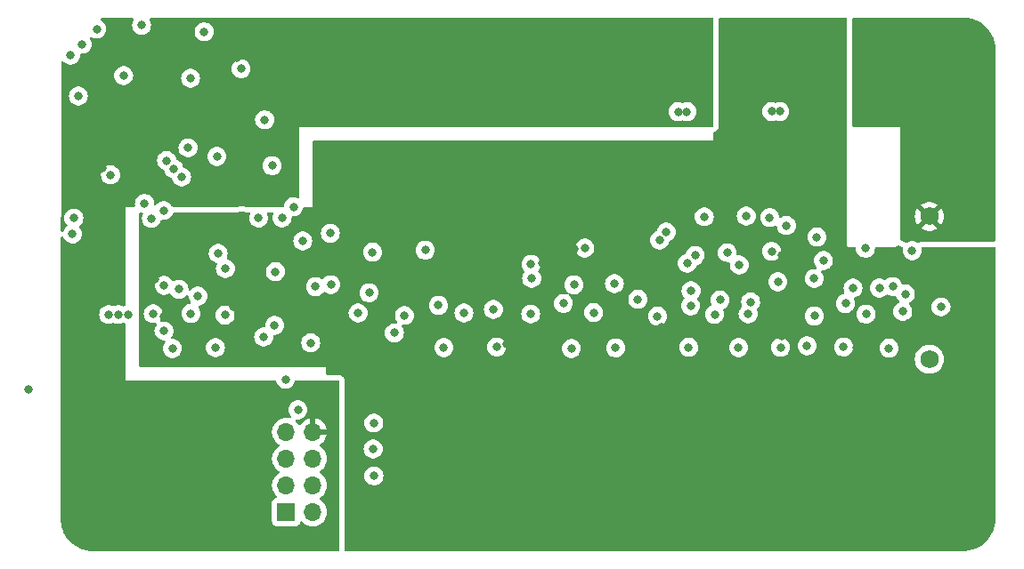
<source format=gbr>
%TF.GenerationSoftware,KiCad,Pcbnew,7.0.2-0*%
%TF.CreationDate,2023-09-28T22:34:41-05:00*%
%TF.ProjectId,spudglo_business_card,73707564-676c-46f5-9f62-7573696e6573,rev?*%
%TF.SameCoordinates,Original*%
%TF.FileFunction,Copper,L3,Inr*%
%TF.FilePolarity,Positive*%
%FSLAX46Y46*%
G04 Gerber Fmt 4.6, Leading zero omitted, Abs format (unit mm)*
G04 Created by KiCad (PCBNEW 7.0.2-0) date 2023-09-28 22:34:41*
%MOMM*%
%LPD*%
G01*
G04 APERTURE LIST*
%TA.AperFunction,ComponentPad*%
%ADD10C,1.755000*%
%TD*%
%TA.AperFunction,ComponentPad*%
%ADD11R,1.700000X1.700000*%
%TD*%
%TA.AperFunction,ComponentPad*%
%ADD12O,1.700000X1.700000*%
%TD*%
%TA.AperFunction,ViaPad*%
%ADD13C,0.800000*%
%TD*%
G04 APERTURE END LIST*
D10*
%TO.N,VBAT*%
%TO.C,BT1*%
X258000000Y-97440000D03*
%TO.N,GND*%
X258000000Y-111030000D03*
%TD*%
D11*
%TO.N,GND*%
%TO.C,J1*%
X196850000Y-125580000D03*
D12*
%TO.N,NRST*%
X199390000Y-125580000D03*
%TO.N,/spudglo_business_card_micro/NJTRST*%
X196850000Y-123040000D03*
%TO.N,/spudglo_business_card_micro/JTDO*%
X199390000Y-123040000D03*
%TO.N,/spudglo_business_card_micro/JTDI*%
X196850000Y-120500000D03*
%TO.N,/spudglo_business_card_micro/SWCLK*%
X199390000Y-120500000D03*
%TO.N,/spudglo_business_card_micro/SWDIO*%
X196850000Y-117960000D03*
%TO.N,+3V3*%
X199390000Y-117960000D03*
%TD*%
D13*
%TO.N,GND*%
X243870000Y-109910000D03*
X249860000Y-109870000D03*
%TO.N,+5V*%
X251060000Y-109960000D03*
%TO.N,GND*%
X254170000Y-109980000D03*
X259120000Y-106050000D03*
%TO.N,+5V*%
X259130000Y-104760000D03*
%TO.N,GND*%
X256380000Y-100710000D03*
%TO.N,+5V*%
X250130000Y-100730000D03*
%TO.N,GND*%
X247310000Y-99400000D03*
X243600000Y-103670000D03*
X239870000Y-109940000D03*
%TO.N,+5V*%
X232590000Y-107970000D03*
%TO.N,GND*%
X232150000Y-106940000D03*
X235130000Y-109890000D03*
X239930000Y-102050000D03*
X240600000Y-97410000D03*
X236604500Y-97467270D03*
%TO.N,+5V*%
X234590000Y-97750000D03*
%TO.N,GND*%
X228175000Y-109955000D03*
%TO.N,+5V*%
X193490000Y-109620000D03*
X191860000Y-106070000D03*
%TO.N,GND*%
X191067399Y-102404500D03*
%TO.N,+5V*%
X190070000Y-105590000D03*
%TO.N,GND*%
X188460000Y-105030000D03*
X186660000Y-104380000D03*
X185244366Y-104000305D03*
%TO.N,+5V*%
X232168219Y-102013526D03*
X231180000Y-97600000D03*
X232128201Y-102721557D03*
%TO.N,GND*%
X230280000Y-105329502D03*
X223970000Y-110020000D03*
%TO.N,+5V*%
X230070000Y-109470000D03*
X224253792Y-100521087D03*
X221180000Y-101850000D03*
X217812598Y-109567410D03*
%TO.N,GND*%
X225250000Y-100440000D03*
X220190000Y-103340000D03*
%TO.N,+5V*%
X217780000Y-100760000D03*
%TO.N,GND*%
X220104788Y-106727944D03*
X216860000Y-109870000D03*
X211840000Y-109940000D03*
X210080000Y-100640000D03*
X208100000Y-106870000D03*
X205060000Y-100840000D03*
X199190000Y-109480000D03*
X203690000Y-106640000D03*
X207141314Y-108530000D03*
X204735000Y-104705000D03*
X201097701Y-103932299D03*
X199640000Y-104120000D03*
X195750000Y-107810000D03*
X196790000Y-112940000D03*
X190386809Y-100961407D03*
X186040000Y-110020000D03*
X194710000Y-108920000D03*
X184200000Y-106700000D03*
%TO.N,+5V*%
X185260000Y-106950000D03*
%TO.N,GND*%
X187800000Y-106680000D03*
X190120000Y-109930000D03*
X191040000Y-106840000D03*
%TO.N,+5V*%
X184410000Y-103450000D03*
X192620000Y-97360000D03*
%TO.N,Net-(D7-DOUT)*%
X185232244Y-108339997D03*
%TO.N,GND*%
X211330000Y-105900000D03*
%TO.N,+5V*%
X255050000Y-100590000D03*
X238670000Y-102110000D03*
X236765500Y-101790000D03*
%TO.N,GND*%
X247060000Y-103340000D03*
%TO.N,+5V*%
X244020000Y-108850000D03*
X258890000Y-107400000D03*
X244020000Y-101110000D03*
X233469502Y-104129500D03*
X241560000Y-109940000D03*
X244070000Y-107730000D03*
X236660000Y-109990000D03*
%TO.N,GND*%
X250040000Y-105730000D03*
X241013909Y-105583909D03*
%TO.N,Net-(D24-DOUT)*%
X233000000Y-98910000D03*
%TO.N,Net-(D33-DOUT)*%
X235350000Y-104500000D03*
%TO.N,Net-(D36-DOUT)*%
X246380000Y-109770000D03*
X247940000Y-101640000D03*
%TO.N,Net-(D42-DOUT)*%
X253250000Y-104270000D03*
%TO.N,GND*%
X247080000Y-106920000D03*
X254520000Y-104110000D03*
X223210000Y-105720000D03*
X237590000Y-106760000D03*
X224210000Y-103950000D03*
X255470000Y-106480000D03*
X220139502Y-102000000D03*
X226090000Y-106590000D03*
X232364609Y-99681546D03*
X228060000Y-103840000D03*
X243005000Y-100760000D03*
X255730000Y-104815000D03*
X251930000Y-100470000D03*
%TO.N,+5V*%
X255710000Y-109890000D03*
%TO.N,GND*%
X234989216Y-101879216D03*
X238790000Y-100890000D03*
X238110000Y-105400000D03*
X251990000Y-106740000D03*
X250750000Y-104260000D03*
X235740000Y-101160000D03*
X235310000Y-105960000D03*
X240775000Y-106725000D03*
X216550000Y-106300000D03*
X213750000Y-106630000D03*
%TO.N,+5V*%
X239010000Y-97550000D03*
%TO.N,Net-(D24-DOUT)*%
X242825000Y-97545000D03*
%TO.N,Net-(D33-DOUT)*%
X244410000Y-98300000D03*
%TO.N,*%
X172360000Y-113930000D03*
%TO.N,GND*%
X205181072Y-117109823D03*
X205127250Y-119587250D03*
%TO.N,+5V*%
X203040000Y-116400000D03*
X203240000Y-118860000D03*
X203320000Y-121420000D03*
%TO.N,GND*%
X205193238Y-122144500D03*
X201050000Y-99040000D03*
X197970000Y-115850000D03*
X176530000Y-99110000D03*
%TO.N,/spudglo_business_card_micro/VBAT_MON*%
X192560000Y-83370000D03*
X187760000Y-84270000D03*
%TO.N,GND*%
X179970000Y-106780000D03*
X181840000Y-106780000D03*
X180880000Y-106780000D03*
%TO.N,NRST*%
X187520000Y-90900000D03*
X194800000Y-88230000D03*
%TO.N,/spudglo_business_card_micro/JTDO*%
X190260000Y-91730000D03*
X185480000Y-92110000D03*
%TO.N,/spudglo_business_card_micro/ANIMATION*%
X176658517Y-97583115D03*
X184035049Y-97629549D03*
%TO.N,/spudglo_business_card_micro/SPEED*%
X186150000Y-92880000D03*
%TO.N,/spudglo_business_card_micro/PAUSE*%
X186900000Y-93680000D03*
%TO.N,/spudglo_business_card_micro/SPEED*%
X183370000Y-96190000D03*
%TO.N,/spudglo_business_card_micro/PAUSE*%
X185200000Y-96880000D03*
%TO.N,+5V*%
X245070000Y-85870000D03*
X243260000Y-85740000D03*
X244300000Y-85870000D03*
X245090000Y-87740000D03*
X245100000Y-86950000D03*
X245040000Y-84700000D03*
X245040000Y-83870000D03*
X192990000Y-101080000D03*
%TO.N,GND*%
X196460000Y-97580000D03*
X176360000Y-82070000D03*
X195820000Y-102700000D03*
X195510000Y-92600000D03*
X177090000Y-85960000D03*
X198430000Y-99770000D03*
X197550000Y-96520000D03*
X177460000Y-81030000D03*
X234950000Y-87452500D03*
X183100000Y-79230000D03*
X243020000Y-87450000D03*
X180149531Y-93469531D03*
X234130000Y-87460000D03*
X178830000Y-79590000D03*
X189050000Y-79850000D03*
X181395528Y-84030016D03*
X243770000Y-87440000D03*
%TO.N,+3V3*%
X180320000Y-99830000D03*
X236710000Y-83680000D03*
X234720000Y-84410000D03*
X192195000Y-82365000D03*
X178210000Y-87819760D03*
X187510000Y-80540000D03*
X179407839Y-92799532D03*
X233827500Y-85727500D03*
%TO.N,TIM1_CH1_SHIFT*%
X194220000Y-97590000D03*
%TO.N,VBAT*%
X260230000Y-97040000D03*
X252720000Y-87610000D03*
X253180000Y-88360000D03*
X255830000Y-97200000D03*
X252255001Y-88354999D03*
%TD*%
%TA.AperFunction,Conductor*%
%TO.N,+5V*%
G36*
X237490000Y-96520000D02*
G01*
X199390000Y-96520000D01*
X199390000Y-90294000D01*
X199409685Y-90226961D01*
X199462489Y-90181206D01*
X199514000Y-90170000D01*
X237490000Y-90170000D01*
X237490000Y-96520000D01*
G37*
%TD.AperFunction*%
%TD*%
%TA.AperFunction,Conductor*%
%TO.N,+5V*%
G36*
X256908834Y-111879282D02*
G01*
X256908837Y-111879286D01*
X257063507Y-112047302D01*
X257063510Y-112047304D01*
X257243716Y-112187565D01*
X257243718Y-112187566D01*
X257243722Y-112187569D01*
X257444566Y-112296261D01*
X257660562Y-112370412D01*
X257885816Y-112408000D01*
X258114184Y-112408000D01*
X258339438Y-112370412D01*
X258555434Y-112296261D01*
X258756278Y-112187569D01*
X258936493Y-112047302D01*
X259091163Y-111879286D01*
X259169096Y-111760000D01*
X264303847Y-111760000D01*
X264299501Y-126294814D01*
X264299069Y-126305123D01*
X264288122Y-126435865D01*
X264272259Y-126617322D01*
X264270589Y-126629466D01*
X264242157Y-126780479D01*
X264210076Y-126941139D01*
X264207347Y-126952152D01*
X264162431Y-127103403D01*
X264113898Y-127256501D01*
X264110330Y-127266300D01*
X264050022Y-127412499D01*
X264048772Y-127415422D01*
X263984819Y-127559837D01*
X263980625Y-127568402D01*
X263905303Y-127708329D01*
X263903306Y-127711897D01*
X263824293Y-127847751D01*
X263819698Y-127855054D01*
X263730198Y-127986896D01*
X263727309Y-127990972D01*
X263634122Y-128117004D01*
X263629341Y-128123066D01*
X263526685Y-128245204D01*
X263522780Y-128249633D01*
X263416445Y-128364563D01*
X263411683Y-128369434D01*
X263297007Y-128480472D01*
X263291983Y-128485076D01*
X263173678Y-128587655D01*
X263169126Y-128591415D01*
X263043747Y-128690076D01*
X263037535Y-128694659D01*
X262908540Y-128783751D01*
X262904372Y-128786508D01*
X262769736Y-128871695D01*
X262762288Y-128876052D01*
X262623947Y-128950649D01*
X262620317Y-128952529D01*
X262478035Y-129023300D01*
X262469340Y-129027216D01*
X262322956Y-129086473D01*
X262319992Y-129087628D01*
X262171919Y-129143192D01*
X262161996Y-129146446D01*
X262007433Y-129190013D01*
X261854791Y-129230036D01*
X261843707Y-129232405D01*
X261682049Y-129259298D01*
X261530257Y-129282838D01*
X261518071Y-129284115D01*
X261336000Y-129294131D01*
X261203160Y-129300949D01*
X261196836Y-129301112D01*
X202559531Y-129315886D01*
X202492487Y-129296218D01*
X202446719Y-129243426D01*
X202435500Y-129191886D01*
X202435500Y-122144499D01*
X204287778Y-122144499D01*
X204307564Y-122332757D01*
X204366058Y-122512784D01*
X204460704Y-122676716D01*
X204587367Y-122817389D01*
X204740507Y-122928651D01*
X204913435Y-123005644D01*
X205098590Y-123045000D01*
X205098592Y-123045000D01*
X205287886Y-123045000D01*
X205411321Y-123018762D01*
X205473041Y-123005644D01*
X205645968Y-122928651D01*
X205799109Y-122817388D01*
X205925771Y-122676716D01*
X206020417Y-122512784D01*
X206078912Y-122332756D01*
X206098698Y-122144500D01*
X206078912Y-121956244D01*
X206030700Y-121807864D01*
X206020417Y-121776215D01*
X205925771Y-121612283D01*
X205799108Y-121471610D01*
X205645968Y-121360348D01*
X205473040Y-121283355D01*
X205287886Y-121244000D01*
X205287884Y-121244000D01*
X205098592Y-121244000D01*
X205098590Y-121244000D01*
X204913435Y-121283355D01*
X204740507Y-121360348D01*
X204587367Y-121471610D01*
X204460704Y-121612283D01*
X204366058Y-121776215D01*
X204307564Y-121956242D01*
X204287778Y-122144499D01*
X202435500Y-122144499D01*
X202435500Y-119587249D01*
X204221790Y-119587249D01*
X204241576Y-119775507D01*
X204300070Y-119955534D01*
X204394716Y-120119466D01*
X204521379Y-120260139D01*
X204674519Y-120371401D01*
X204847447Y-120448394D01*
X205032602Y-120487750D01*
X205032604Y-120487750D01*
X205221898Y-120487750D01*
X205345333Y-120461512D01*
X205407053Y-120448394D01*
X205579980Y-120371401D01*
X205733121Y-120260138D01*
X205859783Y-120119466D01*
X205954429Y-119955534D01*
X206012924Y-119775506D01*
X206032710Y-119587250D01*
X206012924Y-119398994D01*
X205954429Y-119218966D01*
X205954429Y-119218965D01*
X205859783Y-119055033D01*
X205733120Y-118914360D01*
X205579980Y-118803098D01*
X205407052Y-118726105D01*
X205221898Y-118686750D01*
X205221896Y-118686750D01*
X205032604Y-118686750D01*
X205032602Y-118686750D01*
X204847447Y-118726105D01*
X204674519Y-118803098D01*
X204521379Y-118914360D01*
X204394716Y-119055033D01*
X204300070Y-119218965D01*
X204241576Y-119398992D01*
X204221790Y-119587249D01*
X202435500Y-119587249D01*
X202435500Y-117109823D01*
X204275612Y-117109823D01*
X204295398Y-117298080D01*
X204353892Y-117478107D01*
X204448538Y-117642039D01*
X204575201Y-117782712D01*
X204728341Y-117893974D01*
X204901269Y-117970967D01*
X205086424Y-118010323D01*
X205086426Y-118010323D01*
X205275720Y-118010323D01*
X205399156Y-117984085D01*
X205460875Y-117970967D01*
X205633802Y-117893974D01*
X205633801Y-117893973D01*
X205786942Y-117782712D01*
X205913605Y-117642039D01*
X206008251Y-117478107D01*
X206008250Y-117478106D01*
X206066746Y-117298079D01*
X206086532Y-117109823D01*
X206066746Y-116921567D01*
X206008251Y-116741539D01*
X206008251Y-116741538D01*
X205913605Y-116577606D01*
X205786942Y-116436933D01*
X205633802Y-116325671D01*
X205460874Y-116248678D01*
X205275720Y-116209323D01*
X205275718Y-116209323D01*
X205086426Y-116209323D01*
X205086424Y-116209323D01*
X204901269Y-116248678D01*
X204728341Y-116325671D01*
X204575201Y-116436933D01*
X204448538Y-116577606D01*
X204353892Y-116741538D01*
X204295398Y-116921565D01*
X204275612Y-117109823D01*
X202435500Y-117109823D01*
X202435500Y-113157323D01*
X202435500Y-113157322D01*
X202435500Y-113154000D01*
X202423947Y-113046544D01*
X202412741Y-112995033D01*
X202400966Y-112959655D01*
X202378614Y-112892496D01*
X202300826Y-112771458D01*
X202290609Y-112759667D01*
X202255070Y-112718653D01*
X202146336Y-112624433D01*
X202146335Y-112624432D01*
X202015460Y-112564662D01*
X201950113Y-112545474D01*
X201950111Y-112545473D01*
X201948420Y-112544977D01*
X201948416Y-112544976D01*
X201945290Y-112544526D01*
X201945277Y-112544524D01*
X201806000Y-112524500D01*
X200784000Y-112524500D01*
X200716961Y-112504815D01*
X200671206Y-112452011D01*
X200660000Y-112400500D01*
X200660000Y-111760000D01*
X256830903Y-111760000D01*
X256908834Y-111879282D01*
G37*
%TD.AperFunction*%
%TD*%
%TA.AperFunction,Conductor*%
%TO.N,VBAT*%
G36*
X261316923Y-78498461D02*
G01*
X261445864Y-78509254D01*
X261629268Y-78525295D01*
X261641378Y-78526960D01*
X261790639Y-78555061D01*
X261953116Y-78587504D01*
X261964091Y-78590224D01*
X262114285Y-78634825D01*
X262268453Y-78683696D01*
X262278244Y-78687260D01*
X262423680Y-78747251D01*
X262426490Y-78748453D01*
X262571837Y-78812817D01*
X262580353Y-78816987D01*
X262664673Y-78862376D01*
X262719625Y-78891956D01*
X262723192Y-78893952D01*
X262859748Y-78973372D01*
X262866999Y-78977933D01*
X262998348Y-79067097D01*
X263002358Y-79069940D01*
X263128983Y-79163564D01*
X263135045Y-79168344D01*
X263256690Y-79270585D01*
X263261119Y-79274491D01*
X263376572Y-79381310D01*
X263381443Y-79386072D01*
X263492018Y-79500270D01*
X263496621Y-79505294D01*
X263599668Y-79624138D01*
X263603429Y-79628689D01*
X263701671Y-79753535D01*
X263706254Y-79759748D01*
X263795761Y-79889343D01*
X263798517Y-79893511D01*
X263883331Y-80027556D01*
X263887688Y-80035004D01*
X263962656Y-80174032D01*
X263964538Y-80177663D01*
X264034979Y-80319286D01*
X264038894Y-80327980D01*
X264098493Y-80475209D01*
X264099648Y-80478172D01*
X264154896Y-80625401D01*
X264158151Y-80635326D01*
X264202037Y-80791025D01*
X264241764Y-80942542D01*
X264244133Y-80953628D01*
X264271316Y-81117040D01*
X264294586Y-81267095D01*
X264295863Y-81279282D01*
X264306146Y-81466259D01*
X264312702Y-81593992D01*
X264312865Y-81600384D01*
X264307452Y-99700537D01*
X264287747Y-99767571D01*
X264234930Y-99813310D01*
X264183452Y-99824500D01*
X264183228Y-99824500D01*
X257374044Y-99824500D01*
X257372746Y-99824555D01*
X257372728Y-99824556D01*
X257332113Y-99826297D01*
X257332105Y-99826297D01*
X257330787Y-99826354D01*
X257329487Y-99826465D01*
X257329466Y-99826467D01*
X257310966Y-99828056D01*
X257310948Y-99828057D01*
X257309643Y-99828170D01*
X257308355Y-99828336D01*
X257308322Y-99828340D01*
X257266709Y-99833718D01*
X257129866Y-99878179D01*
X257070616Y-99907309D01*
X257070607Y-99907313D01*
X257067168Y-99909005D01*
X257067164Y-99909007D01*
X257063689Y-99911383D01*
X257063679Y-99911389D01*
X257006606Y-99950414D01*
X256940155Y-99972004D01*
X256872582Y-99954240D01*
X256863732Y-99948372D01*
X256832730Y-99925848D01*
X256659802Y-99848855D01*
X256474648Y-99809500D01*
X256474646Y-99809500D01*
X256285354Y-99809500D01*
X256285352Y-99809500D01*
X256100197Y-99848855D01*
X255927271Y-99925847D01*
X255898505Y-99946747D01*
X255832699Y-99970225D01*
X255764645Y-99954398D01*
X255744419Y-99940139D01*
X255726293Y-99924433D01*
X255587350Y-99860979D01*
X255587520Y-99860604D01*
X255558362Y-99846267D01*
X255502728Y-99805847D01*
X255343564Y-99734982D01*
X255290327Y-99689732D01*
X255270006Y-99622883D01*
X255270000Y-99621703D01*
X255270000Y-97439999D01*
X256617778Y-97439999D01*
X256636630Y-97667501D01*
X256692673Y-97888808D01*
X256784371Y-98097861D01*
X256865068Y-98221376D01*
X257448706Y-97637739D01*
X257489003Y-97735024D01*
X257582773Y-97857227D01*
X257704976Y-97950997D01*
X257802259Y-97991293D01*
X257217233Y-98576318D01*
X257243997Y-98597148D01*
X257444771Y-98705802D01*
X257660681Y-98779924D01*
X257885858Y-98817500D01*
X258114142Y-98817500D01*
X258339318Y-98779924D01*
X258555227Y-98705802D01*
X258756004Y-98597147D01*
X258782764Y-98576318D01*
X258197740Y-97991293D01*
X258295024Y-97950997D01*
X258417227Y-97857227D01*
X258510997Y-97735024D01*
X258551293Y-97637740D01*
X259134930Y-98221377D01*
X259215625Y-98097865D01*
X259307327Y-97888807D01*
X259363369Y-97667501D01*
X259382221Y-97440000D01*
X259363369Y-97212498D01*
X259307326Y-96991191D01*
X259215626Y-96782133D01*
X259134931Y-96658621D01*
X259134930Y-96658621D01*
X258551292Y-97242257D01*
X258510997Y-97144976D01*
X258417227Y-97022773D01*
X258295024Y-96929003D01*
X258197740Y-96888706D01*
X258782765Y-96303681D01*
X258782765Y-96303680D01*
X258756003Y-96282851D01*
X258555228Y-96174197D01*
X258339318Y-96100075D01*
X258114142Y-96062500D01*
X257885858Y-96062500D01*
X257660681Y-96100075D01*
X257444772Y-96174197D01*
X257243994Y-96282853D01*
X257217234Y-96303679D01*
X257217234Y-96303680D01*
X257802260Y-96888706D01*
X257704976Y-96929003D01*
X257582773Y-97022773D01*
X257489003Y-97144976D01*
X257448706Y-97242260D01*
X256865067Y-96658621D01*
X256784372Y-96782136D01*
X256692673Y-96991192D01*
X256636630Y-97212498D01*
X256617778Y-97439999D01*
X255270000Y-97439999D01*
X255270000Y-88900000D01*
X250819499Y-88900000D01*
X250752460Y-88880315D01*
X250706705Y-88827511D01*
X250695499Y-88776000D01*
X250695499Y-78630334D01*
X250695662Y-78636401D01*
X250711693Y-78568456D01*
X250761955Y-78519923D01*
X250819376Y-78505778D01*
X261306531Y-78498030D01*
X261316923Y-78498461D01*
G37*
%TD.AperFunction*%
%TD*%
%TA.AperFunction,Conductor*%
%TO.N,+3V3*%
G36*
X181610000Y-105816155D02*
G01*
X181590315Y-105883194D01*
X181537511Y-105928949D01*
X181536436Y-105929434D01*
X181410435Y-105985534D01*
X181341185Y-105994819D01*
X181309563Y-105985534D01*
X181159802Y-105918855D01*
X180974648Y-105879500D01*
X180974646Y-105879500D01*
X180785354Y-105879500D01*
X180785352Y-105879500D01*
X180600197Y-105918855D01*
X180475436Y-105974403D01*
X180406186Y-105983688D01*
X180374564Y-105974403D01*
X180249802Y-105918855D01*
X180064648Y-105879500D01*
X180064646Y-105879500D01*
X179875354Y-105879500D01*
X179875352Y-105879500D01*
X179690197Y-105918855D01*
X179517269Y-105995848D01*
X179364129Y-106107110D01*
X179237466Y-106247783D01*
X179142820Y-106411715D01*
X179084326Y-106591742D01*
X179064540Y-106780000D01*
X179084326Y-106968257D01*
X179142820Y-107148284D01*
X179237466Y-107312216D01*
X179364129Y-107452889D01*
X179517269Y-107564151D01*
X179690197Y-107641144D01*
X179875352Y-107680500D01*
X179875354Y-107680500D01*
X180064648Y-107680500D01*
X180188083Y-107654262D01*
X180249803Y-107641144D01*
X180374564Y-107585595D01*
X180443814Y-107576311D01*
X180475435Y-107585595D01*
X180559194Y-107622888D01*
X180600197Y-107641144D01*
X180785352Y-107680500D01*
X180785354Y-107680500D01*
X180974648Y-107680500D01*
X181098084Y-107654262D01*
X181159803Y-107641144D01*
X181309564Y-107574464D01*
X181378814Y-107565180D01*
X181410429Y-107574462D01*
X181536438Y-107630565D01*
X181589673Y-107675814D01*
X181609994Y-107742663D01*
X181610000Y-107743843D01*
X181610000Y-113030000D01*
X195782349Y-113030000D01*
X195849388Y-113049685D01*
X195895143Y-113102489D01*
X195898923Y-113116307D01*
X195900299Y-113115861D01*
X195962820Y-113308284D01*
X196057466Y-113472216D01*
X196184129Y-113612889D01*
X196337269Y-113724151D01*
X196510197Y-113801144D01*
X196695352Y-113840500D01*
X196695354Y-113840500D01*
X196884648Y-113840500D01*
X197008084Y-113814262D01*
X197069803Y-113801144D01*
X197242730Y-113724151D01*
X197395871Y-113612888D01*
X197522533Y-113472216D01*
X197617179Y-113308284D01*
X197675674Y-113128256D01*
X197675674Y-113128254D01*
X197679701Y-113115861D01*
X197684091Y-113117287D01*
X197700994Y-113076324D01*
X197758333Y-113036399D01*
X197797651Y-113030000D01*
X201806000Y-113030000D01*
X201873039Y-113049685D01*
X201918794Y-113102489D01*
X201930000Y-113154000D01*
X201930000Y-129192075D01*
X201910315Y-129259114D01*
X201857511Y-129304869D01*
X201806031Y-129316075D01*
X178413455Y-129321969D01*
X178403080Y-129321537D01*
X178273677Y-129310705D01*
X178090781Y-129294711D01*
X178078642Y-129293041D01*
X177928917Y-129264853D01*
X177766962Y-129232514D01*
X177755950Y-129229786D01*
X177605524Y-129185117D01*
X177451584Y-129136318D01*
X177441785Y-129132751D01*
X177347832Y-129093996D01*
X177296229Y-129072710D01*
X177293322Y-129071467D01*
X177148241Y-129007221D01*
X177139675Y-129003026D01*
X177000257Y-128927979D01*
X176996690Y-128925983D01*
X176860323Y-128846673D01*
X176853020Y-128842078D01*
X176721596Y-128752864D01*
X176717519Y-128749974D01*
X176591069Y-128656478D01*
X176585007Y-128651698D01*
X176523924Y-128600359D01*
X176463208Y-128549327D01*
X176458826Y-128545462D01*
X176343483Y-128438746D01*
X176338627Y-128433999D01*
X176227907Y-128319651D01*
X176223328Y-128314654D01*
X176120400Y-128195948D01*
X176116656Y-128191417D01*
X176018266Y-128066383D01*
X176013683Y-128060169D01*
X175924320Y-127930781D01*
X175921564Y-127926615D01*
X175894182Y-127883340D01*
X175836611Y-127792350D01*
X175832283Y-127784954D01*
X175757368Y-127646022D01*
X175755541Y-127642494D01*
X175684993Y-127500660D01*
X175681089Y-127491992D01*
X175621530Y-127344859D01*
X175620441Y-127342063D01*
X175565084Y-127194546D01*
X175561830Y-127184623D01*
X175518028Y-127029222D01*
X175478216Y-126877379D01*
X175475858Y-126866344D01*
X175448757Y-126703432D01*
X175425404Y-126552842D01*
X175424129Y-126540671D01*
X175421066Y-126484983D01*
X175413926Y-126355159D01*
X175407295Y-126225959D01*
X175407133Y-126219492D01*
X175410779Y-123039999D01*
X195494340Y-123039999D01*
X195514936Y-123275407D01*
X195559709Y-123442501D01*
X195576097Y-123503663D01*
X195675965Y-123717830D01*
X195811505Y-123911401D01*
X195811508Y-123911403D01*
X195811508Y-123911404D01*
X195933430Y-124033326D01*
X195966915Y-124094649D01*
X195961931Y-124164341D01*
X195920059Y-124220274D01*
X195889083Y-124237189D01*
X195757669Y-124286204D01*
X195642454Y-124372454D01*
X195556204Y-124487668D01*
X195556203Y-124487669D01*
X195556204Y-124487669D01*
X195505909Y-124622517D01*
X195499500Y-124682127D01*
X195499500Y-124685448D01*
X195499500Y-124685449D01*
X195499500Y-126474560D01*
X195499500Y-126474578D01*
X195499501Y-126477872D01*
X195499853Y-126481152D01*
X195499854Y-126481159D01*
X195505909Y-126537484D01*
X195511644Y-126552859D01*
X195556204Y-126672331D01*
X195642454Y-126787546D01*
X195757669Y-126873796D01*
X195892517Y-126924091D01*
X195952127Y-126930500D01*
X197747872Y-126930499D01*
X197807483Y-126924091D01*
X197942331Y-126873796D01*
X198057546Y-126787546D01*
X198143796Y-126672331D01*
X198192810Y-126540916D01*
X198234681Y-126484983D01*
X198300146Y-126460566D01*
X198368419Y-126475418D01*
X198396673Y-126496569D01*
X198518599Y-126618495D01*
X198712170Y-126754035D01*
X198926337Y-126853903D01*
X199154592Y-126915063D01*
X199390000Y-126935659D01*
X199625408Y-126915063D01*
X199853663Y-126853903D01*
X200067830Y-126754035D01*
X200261401Y-126618495D01*
X200428495Y-126451401D01*
X200564035Y-126257830D01*
X200663903Y-126043663D01*
X200725063Y-125815408D01*
X200745659Y-125580000D01*
X200725063Y-125344592D01*
X200663903Y-125116337D01*
X200564035Y-124902171D01*
X200428495Y-124708599D01*
X200261401Y-124541505D01*
X200075839Y-124411573D01*
X200032215Y-124356997D01*
X200025023Y-124287498D01*
X200056545Y-124225144D01*
X200075831Y-124208432D01*
X200261401Y-124078495D01*
X200428495Y-123911401D01*
X200564035Y-123717830D01*
X200663903Y-123503663D01*
X200725063Y-123275408D01*
X200745659Y-123040000D01*
X200725063Y-122804592D01*
X200663903Y-122576337D01*
X200564035Y-122362171D01*
X200428495Y-122168599D01*
X200261401Y-122001505D01*
X200075839Y-121871573D01*
X200032215Y-121816997D01*
X200025023Y-121747498D01*
X200056545Y-121685144D01*
X200075831Y-121668432D01*
X200261401Y-121538495D01*
X200428495Y-121371401D01*
X200564035Y-121177830D01*
X200663903Y-120963663D01*
X200725063Y-120735408D01*
X200745659Y-120500000D01*
X200725063Y-120264592D01*
X200663903Y-120036337D01*
X200564035Y-119822171D01*
X200428495Y-119628599D01*
X200261401Y-119461505D01*
X200075402Y-119331267D01*
X200031780Y-119276692D01*
X200024587Y-119207193D01*
X200056109Y-119144839D01*
X200075405Y-119128119D01*
X200261078Y-118998109D01*
X200428106Y-118831081D01*
X200563600Y-118637576D01*
X200663430Y-118423492D01*
X200720636Y-118210000D01*
X199823686Y-118210000D01*
X199849493Y-118169844D01*
X199890000Y-118031889D01*
X199890000Y-117888111D01*
X199849493Y-117750156D01*
X199823686Y-117710000D01*
X200720636Y-117710000D01*
X200720635Y-117709999D01*
X200663430Y-117496507D01*
X200563599Y-117282421D01*
X200428109Y-117088921D01*
X200261081Y-116921893D01*
X200067576Y-116786399D01*
X199853492Y-116686569D01*
X199640000Y-116629364D01*
X199640000Y-117524498D01*
X199532315Y-117475320D01*
X199425763Y-117460000D01*
X199354237Y-117460000D01*
X199247685Y-117475320D01*
X199140000Y-117524498D01*
X199140000Y-116629364D01*
X199139999Y-116629364D01*
X198926507Y-116686569D01*
X198712421Y-116786400D01*
X198518921Y-116921890D01*
X198351893Y-117088918D01*
X198221880Y-117274596D01*
X198167303Y-117318220D01*
X198097804Y-117325413D01*
X198035450Y-117293891D01*
X198018730Y-117274595D01*
X197888494Y-117088598D01*
X197758685Y-116958789D01*
X197725200Y-116897466D01*
X197730184Y-116827774D01*
X197772056Y-116771841D01*
X197837520Y-116747424D01*
X197872149Y-116749818D01*
X197875354Y-116750500D01*
X197875355Y-116750500D01*
X198064648Y-116750500D01*
X198188084Y-116724262D01*
X198249803Y-116711144D01*
X198422730Y-116634151D01*
X198463760Y-116604341D01*
X198575870Y-116522889D01*
X198702533Y-116382216D01*
X198797179Y-116218284D01*
X198855674Y-116038256D01*
X198875460Y-115850000D01*
X198855674Y-115661744D01*
X198797179Y-115481716D01*
X198797179Y-115481715D01*
X198702533Y-115317783D01*
X198575870Y-115177110D01*
X198422730Y-115065848D01*
X198249802Y-114988855D01*
X198064648Y-114949500D01*
X198064646Y-114949500D01*
X197875354Y-114949500D01*
X197875352Y-114949500D01*
X197690197Y-114988855D01*
X197517269Y-115065848D01*
X197364129Y-115177110D01*
X197237466Y-115317783D01*
X197142820Y-115481715D01*
X197084326Y-115661742D01*
X197064540Y-115850000D01*
X197084326Y-116038257D01*
X197142820Y-116218284D01*
X197237466Y-116382216D01*
X197293748Y-116444723D01*
X197323978Y-116507714D01*
X197315353Y-116577050D01*
X197270611Y-116630715D01*
X197203959Y-116651673D01*
X197169505Y-116647470D01*
X197085407Y-116624936D01*
X196850000Y-116604340D01*
X196614592Y-116624936D01*
X196386336Y-116686097D01*
X196172170Y-116785965D01*
X195978598Y-116921505D01*
X195811505Y-117088598D01*
X195675965Y-117282170D01*
X195576097Y-117496336D01*
X195514936Y-117724592D01*
X195494340Y-117960000D01*
X195514936Y-118195407D01*
X195540496Y-118290798D01*
X195576097Y-118423663D01*
X195675965Y-118637830D01*
X195811505Y-118831401D01*
X195978599Y-118998495D01*
X196164160Y-119128426D01*
X196207783Y-119183002D01*
X196214976Y-119252501D01*
X196183454Y-119314855D01*
X196164159Y-119331575D01*
X195978595Y-119461508D01*
X195811505Y-119628598D01*
X195675965Y-119822170D01*
X195576097Y-120036336D01*
X195514936Y-120264592D01*
X195494340Y-120500000D01*
X195514936Y-120735407D01*
X195559709Y-120902501D01*
X195576097Y-120963663D01*
X195675965Y-121177830D01*
X195811505Y-121371401D01*
X195978599Y-121538495D01*
X196164160Y-121668426D01*
X196207783Y-121723002D01*
X196214976Y-121792501D01*
X196183454Y-121854855D01*
X196164159Y-121871575D01*
X195978595Y-122001508D01*
X195811505Y-122168598D01*
X195675965Y-122362170D01*
X195576097Y-122576336D01*
X195514936Y-122804592D01*
X195494340Y-123039999D01*
X175410779Y-123039999D01*
X175437833Y-99445497D01*
X175457595Y-99378483D01*
X175510451Y-99332789D01*
X175579621Y-99322924D01*
X175643143Y-99352022D01*
X175679764Y-99407323D01*
X175702821Y-99478285D01*
X175797466Y-99642216D01*
X175924129Y-99782889D01*
X176077269Y-99894151D01*
X176250197Y-99971144D01*
X176435352Y-100010500D01*
X176435354Y-100010500D01*
X176624648Y-100010500D01*
X176748084Y-99984262D01*
X176809803Y-99971144D01*
X176982730Y-99894151D01*
X177135871Y-99782888D01*
X177262533Y-99642216D01*
X177357179Y-99478284D01*
X177415674Y-99298256D01*
X177435460Y-99110000D01*
X177415674Y-98921744D01*
X177357179Y-98741716D01*
X177357179Y-98741715D01*
X177262533Y-98577784D01*
X177180264Y-98486415D01*
X177150034Y-98423424D01*
X177158659Y-98354089D01*
X177199528Y-98303126D01*
X177264388Y-98256003D01*
X177391050Y-98115331D01*
X177485696Y-97951399D01*
X177544191Y-97771371D01*
X177563977Y-97583115D01*
X177544191Y-97394859D01*
X177513849Y-97301478D01*
X177485696Y-97214830D01*
X177391050Y-97050898D01*
X177264387Y-96910225D01*
X177111247Y-96798963D01*
X176938319Y-96721970D01*
X176753165Y-96682615D01*
X176753163Y-96682615D01*
X176563871Y-96682615D01*
X176563869Y-96682615D01*
X176378714Y-96721970D01*
X176205786Y-96798963D01*
X176052646Y-96910225D01*
X175925983Y-97050898D01*
X175831337Y-97214830D01*
X175772843Y-97394857D01*
X175753057Y-97583115D01*
X175772843Y-97771372D01*
X175831337Y-97951399D01*
X175925983Y-98115331D01*
X176008252Y-98206699D01*
X176038482Y-98269690D01*
X176029857Y-98339025D01*
X175988988Y-98389989D01*
X175924127Y-98437112D01*
X175797466Y-98577783D01*
X175702821Y-98741714D01*
X175680537Y-98810298D01*
X175641099Y-98867973D01*
X175576741Y-98895171D01*
X175507894Y-98883256D01*
X175456419Y-98836012D01*
X175438606Y-98771837D01*
X175438909Y-98507784D01*
X175441188Y-96520000D01*
X181610000Y-96520000D01*
X181610000Y-105816155D01*
G37*
%TD.AperFunction*%
%TD*%
%TA.AperFunction,Conductor*%
%TO.N,+5V*%
G36*
X250132961Y-78525969D02*
G01*
X250178755Y-78578739D01*
X250189999Y-78630334D01*
X250189999Y-100329999D01*
X250190000Y-100330000D01*
X250901539Y-100330000D01*
X250968578Y-100349685D01*
X251014333Y-100402489D01*
X251024859Y-100466964D01*
X251024540Y-100470000D01*
X251029978Y-100521740D01*
X251044326Y-100658257D01*
X251102820Y-100838284D01*
X251197466Y-101002216D01*
X251324129Y-101142889D01*
X251477269Y-101254151D01*
X251650197Y-101331144D01*
X251835352Y-101370500D01*
X251835354Y-101370500D01*
X252024648Y-101370500D01*
X252165786Y-101340500D01*
X252209803Y-101331144D01*
X252382730Y-101254151D01*
X252424022Y-101224151D01*
X252535870Y-101142889D01*
X252549021Y-101128284D01*
X252662533Y-101002216D01*
X252757179Y-100838284D01*
X252815674Y-100658256D01*
X252835460Y-100470000D01*
X252835140Y-100466964D01*
X252836641Y-100458759D01*
X252836822Y-100457039D01*
X252836953Y-100457052D01*
X252847708Y-100398234D01*
X252895439Y-100347209D01*
X252958461Y-100330000D01*
X255385956Y-100330000D01*
X255452995Y-100349685D01*
X255498750Y-100402489D01*
X255508694Y-100471647D01*
X255503887Y-100492317D01*
X255494326Y-100521740D01*
X255475408Y-100701742D01*
X255474540Y-100710000D01*
X255479795Y-100760000D01*
X255494326Y-100898257D01*
X255552820Y-101078284D01*
X255647466Y-101242216D01*
X255774129Y-101382889D01*
X255927269Y-101494151D01*
X256100197Y-101571144D01*
X256285352Y-101610500D01*
X256285354Y-101610500D01*
X256474648Y-101610500D01*
X256598084Y-101584262D01*
X256659803Y-101571144D01*
X256832730Y-101494151D01*
X256869023Y-101467783D01*
X256985870Y-101382889D01*
X256991074Y-101377110D01*
X257112533Y-101242216D01*
X257207179Y-101078284D01*
X257265674Y-100898256D01*
X257285460Y-100710000D01*
X257265674Y-100521744D01*
X257256113Y-100492317D01*
X257254118Y-100422476D01*
X257290199Y-100362643D01*
X257352900Y-100331816D01*
X257374044Y-100330000D01*
X264183228Y-100330000D01*
X264250267Y-100349685D01*
X264296022Y-100402489D01*
X264307227Y-100454036D01*
X264303847Y-111760000D01*
X259169097Y-111760000D01*
X259216068Y-111688105D01*
X259238923Y-111636000D01*
X259307803Y-111478969D01*
X259363864Y-111257589D01*
X259382723Y-111030000D01*
X259363864Y-110802411D01*
X259307803Y-110581031D01*
X259216069Y-110371897D01*
X259216068Y-110371894D01*
X259091165Y-110180717D01*
X259091164Y-110180716D01*
X259091163Y-110180714D01*
X258936493Y-110012698D01*
X258894481Y-109979999D01*
X258756283Y-109872434D01*
X258756279Y-109872431D01*
X258756278Y-109872431D01*
X258555434Y-109763739D01*
X258555430Y-109763737D01*
X258555429Y-109763737D01*
X258339439Y-109689588D01*
X258114184Y-109652000D01*
X257885816Y-109652000D01*
X257660560Y-109689588D01*
X257444570Y-109763737D01*
X257444566Y-109763738D01*
X257444566Y-109763739D01*
X257432997Y-109770000D01*
X257243716Y-109872434D01*
X257063510Y-110012695D01*
X257063507Y-110012697D01*
X257063507Y-110012698D01*
X257003156Y-110078257D01*
X256908834Y-110180717D01*
X256783931Y-110371894D01*
X256692198Y-110581028D01*
X256692197Y-110581031D01*
X256655954Y-110724151D01*
X256636135Y-110802415D01*
X256617276Y-111029999D01*
X256636135Y-111257584D01*
X256692198Y-111478971D01*
X256783931Y-111688105D01*
X256830903Y-111760000D01*
X183004000Y-111760000D01*
X182936961Y-111740315D01*
X182891206Y-111687511D01*
X182880000Y-111636000D01*
X182880000Y-106700000D01*
X183294540Y-106700000D01*
X183297168Y-106725000D01*
X183314326Y-106888257D01*
X183372820Y-107068284D01*
X183467466Y-107232216D01*
X183594129Y-107372889D01*
X183747269Y-107484151D01*
X183920197Y-107561144D01*
X184105352Y-107600500D01*
X184105354Y-107600500D01*
X184294646Y-107600500D01*
X184405764Y-107576881D01*
X184475429Y-107582197D01*
X184531163Y-107624333D01*
X184555269Y-107689913D01*
X184540092Y-107758115D01*
X184523696Y-107781141D01*
X184499710Y-107807780D01*
X184405064Y-107971712D01*
X184346570Y-108151739D01*
X184326784Y-108339997D01*
X184346570Y-108528254D01*
X184405064Y-108708281D01*
X184499710Y-108872213D01*
X184626373Y-109012886D01*
X184779513Y-109124148D01*
X184952441Y-109201141D01*
X185137596Y-109240497D01*
X185251616Y-109240497D01*
X185318655Y-109260182D01*
X185364410Y-109312986D01*
X185374354Y-109382144D01*
X185345329Y-109445700D01*
X185343766Y-109447469D01*
X185307466Y-109487783D01*
X185212820Y-109651715D01*
X185154326Y-109831742D01*
X185134540Y-110020000D01*
X185154326Y-110208257D01*
X185212820Y-110388284D01*
X185307466Y-110552216D01*
X185434129Y-110692889D01*
X185587269Y-110804151D01*
X185760197Y-110881144D01*
X185945352Y-110920500D01*
X185945354Y-110920500D01*
X186134648Y-110920500D01*
X186258083Y-110894262D01*
X186319803Y-110881144D01*
X186492730Y-110804151D01*
X186511519Y-110790500D01*
X186645870Y-110692889D01*
X186704397Y-110627889D01*
X186772533Y-110552216D01*
X186867179Y-110388284D01*
X186925674Y-110208256D01*
X186945460Y-110020000D01*
X186936001Y-109930000D01*
X189214540Y-109930000D01*
X189234326Y-110118257D01*
X189292820Y-110298284D01*
X189387466Y-110462216D01*
X189514129Y-110602889D01*
X189667269Y-110714151D01*
X189840197Y-110791144D01*
X190025352Y-110830500D01*
X190025354Y-110830500D01*
X190214648Y-110830500D01*
X190352756Y-110801144D01*
X190399803Y-110791144D01*
X190572730Y-110714151D01*
X190601996Y-110692888D01*
X190725870Y-110602889D01*
X190852533Y-110462216D01*
X190947179Y-110298284D01*
X190953677Y-110278284D01*
X191005674Y-110118256D01*
X191025460Y-109930000D01*
X191005674Y-109741744D01*
X190957308Y-109592889D01*
X190947179Y-109561715D01*
X190852533Y-109397783D01*
X190725870Y-109257110D01*
X190572730Y-109145848D01*
X190399802Y-109068855D01*
X190214648Y-109029500D01*
X190214646Y-109029500D01*
X190025354Y-109029500D01*
X190025352Y-109029500D01*
X189840197Y-109068855D01*
X189667269Y-109145848D01*
X189514129Y-109257110D01*
X189387466Y-109397783D01*
X189292820Y-109561715D01*
X189234326Y-109741742D01*
X189214540Y-109930000D01*
X186936001Y-109930000D01*
X186925674Y-109831744D01*
X186883434Y-109701742D01*
X186867179Y-109651715D01*
X186772533Y-109487783D01*
X186645870Y-109347110D01*
X186492730Y-109235848D01*
X186319802Y-109158855D01*
X186134648Y-109119500D01*
X186134646Y-109119500D01*
X186020628Y-109119500D01*
X185953589Y-109099815D01*
X185907834Y-109047011D01*
X185897890Y-108977853D01*
X185924311Y-108919999D01*
X193804540Y-108919999D01*
X193824326Y-109108257D01*
X193882820Y-109288284D01*
X193977466Y-109452216D01*
X194104129Y-109592889D01*
X194257269Y-109704151D01*
X194430197Y-109781144D01*
X194615352Y-109820500D01*
X194615354Y-109820500D01*
X194804648Y-109820500D01*
X194939943Y-109791742D01*
X194989803Y-109781144D01*
X195162730Y-109704151D01*
X195193571Y-109681744D01*
X195315870Y-109592889D01*
X195361948Y-109541715D01*
X195417516Y-109480000D01*
X198284540Y-109480000D01*
X198304326Y-109668257D01*
X198362820Y-109848284D01*
X198457466Y-110012216D01*
X198584129Y-110152889D01*
X198737269Y-110264151D01*
X198910197Y-110341144D01*
X199095352Y-110380500D01*
X199095354Y-110380500D01*
X199284648Y-110380500D01*
X199408084Y-110354262D01*
X199469803Y-110341144D01*
X199642730Y-110264151D01*
X199757572Y-110180714D01*
X199795870Y-110152889D01*
X199809021Y-110138284D01*
X199922533Y-110012216D01*
X199964227Y-109939999D01*
X210934540Y-109939999D01*
X210954326Y-110128257D01*
X211012820Y-110308284D01*
X211107466Y-110472216D01*
X211234129Y-110612889D01*
X211387269Y-110724151D01*
X211560197Y-110801144D01*
X211745352Y-110840500D01*
X211745354Y-110840500D01*
X211934648Y-110840500D01*
X212075786Y-110810500D01*
X212119803Y-110801144D01*
X212292730Y-110724151D01*
X212335760Y-110692888D01*
X212445870Y-110612889D01*
X212572533Y-110472216D01*
X212667179Y-110308284D01*
X212683425Y-110258284D01*
X212725674Y-110128256D01*
X212745460Y-109940000D01*
X212738103Y-109870000D01*
X215954540Y-109870000D01*
X215974326Y-110058257D01*
X216032820Y-110238284D01*
X216127466Y-110402216D01*
X216254129Y-110542889D01*
X216407269Y-110654151D01*
X216580197Y-110731144D01*
X216765352Y-110770500D01*
X216765354Y-110770500D01*
X216954648Y-110770500D01*
X217078084Y-110744262D01*
X217139803Y-110731144D01*
X217312730Y-110654151D01*
X217369524Y-110612888D01*
X217465870Y-110542889D01*
X217529505Y-110472216D01*
X217592533Y-110402216D01*
X217687179Y-110238284D01*
X217745674Y-110058256D01*
X217749695Y-110019999D01*
X223064540Y-110019999D01*
X223084326Y-110208257D01*
X223142820Y-110388284D01*
X223237466Y-110552216D01*
X223364129Y-110692889D01*
X223517269Y-110804151D01*
X223690197Y-110881144D01*
X223875352Y-110920500D01*
X223875354Y-110920500D01*
X224064648Y-110920500D01*
X224188084Y-110894262D01*
X224249803Y-110881144D01*
X224422730Y-110804151D01*
X224441519Y-110790500D01*
X224575870Y-110692889D01*
X224634397Y-110627889D01*
X224702533Y-110552216D01*
X224797179Y-110388284D01*
X224855674Y-110208256D01*
X224875460Y-110020000D01*
X224868628Y-109955000D01*
X227269540Y-109955000D01*
X227289326Y-110143257D01*
X227347820Y-110323284D01*
X227442466Y-110487216D01*
X227569129Y-110627889D01*
X227722269Y-110739151D01*
X227895197Y-110816144D01*
X228080352Y-110855500D01*
X228080354Y-110855500D01*
X228269648Y-110855500D01*
X228393083Y-110829262D01*
X228454803Y-110816144D01*
X228627730Y-110739151D01*
X228662140Y-110714151D01*
X228780870Y-110627889D01*
X228839397Y-110562889D01*
X228907533Y-110487216D01*
X229002179Y-110323284D01*
X229060674Y-110143256D01*
X229080460Y-109955000D01*
X229073628Y-109890000D01*
X234224540Y-109890000D01*
X234244326Y-110078257D01*
X234302820Y-110258284D01*
X234397466Y-110422216D01*
X234524129Y-110562889D01*
X234677269Y-110674151D01*
X234850197Y-110751144D01*
X235035352Y-110790500D01*
X235035354Y-110790500D01*
X235224648Y-110790500D01*
X235348609Y-110764151D01*
X235409803Y-110751144D01*
X235582730Y-110674151D01*
X235641924Y-110631144D01*
X235735870Y-110562889D01*
X235862533Y-110422216D01*
X235957179Y-110258284D01*
X235982383Y-110180714D01*
X236015674Y-110078256D01*
X236030205Y-109940000D01*
X238964540Y-109940000D01*
X238984326Y-110128257D01*
X239042820Y-110308284D01*
X239137466Y-110472216D01*
X239264129Y-110612889D01*
X239417269Y-110724151D01*
X239590197Y-110801144D01*
X239775352Y-110840500D01*
X239775354Y-110840500D01*
X239964648Y-110840500D01*
X240105786Y-110810500D01*
X240149803Y-110801144D01*
X240322730Y-110724151D01*
X240365760Y-110692888D01*
X240475870Y-110612889D01*
X240602533Y-110472216D01*
X240697179Y-110308284D01*
X240713425Y-110258284D01*
X240755674Y-110128256D01*
X240775460Y-109940000D01*
X240772307Y-109910000D01*
X242964540Y-109910000D01*
X242984326Y-110098257D01*
X243042820Y-110278284D01*
X243137466Y-110442216D01*
X243264129Y-110582889D01*
X243417269Y-110694151D01*
X243590197Y-110771144D01*
X243775352Y-110810500D01*
X243775354Y-110810500D01*
X243964648Y-110810500D01*
X244088084Y-110784262D01*
X244149803Y-110771144D01*
X244322730Y-110694151D01*
X244355283Y-110670500D01*
X244475870Y-110582889D01*
X244539505Y-110512216D01*
X244602533Y-110442216D01*
X244697179Y-110278284D01*
X244755674Y-110098256D01*
X244775460Y-109910000D01*
X244760746Y-109770000D01*
X245474540Y-109770000D01*
X245494326Y-109958257D01*
X245552820Y-110138284D01*
X245647466Y-110302216D01*
X245774129Y-110442889D01*
X245927269Y-110554151D01*
X246100197Y-110631144D01*
X246285352Y-110670500D01*
X246285354Y-110670500D01*
X246474648Y-110670500D01*
X246598084Y-110644262D01*
X246659803Y-110631144D01*
X246832730Y-110554151D01*
X246890449Y-110512216D01*
X246985870Y-110442889D01*
X247112533Y-110302216D01*
X247207179Y-110138284D01*
X247213686Y-110118257D01*
X247265674Y-109958256D01*
X247274950Y-109869999D01*
X248954540Y-109869999D01*
X248974326Y-110058257D01*
X249032820Y-110238284D01*
X249127466Y-110402216D01*
X249254129Y-110542889D01*
X249407269Y-110654151D01*
X249580197Y-110731144D01*
X249765352Y-110770500D01*
X249765354Y-110770500D01*
X249954648Y-110770500D01*
X250078084Y-110744262D01*
X250139803Y-110731144D01*
X250312730Y-110654151D01*
X250369524Y-110612888D01*
X250465870Y-110542889D01*
X250529505Y-110472216D01*
X250592533Y-110402216D01*
X250687179Y-110238284D01*
X250745674Y-110058256D01*
X250753899Y-109979999D01*
X253264540Y-109979999D01*
X253284326Y-110168257D01*
X253342820Y-110348284D01*
X253437466Y-110512216D01*
X253564129Y-110652889D01*
X253717269Y-110764151D01*
X253890197Y-110841144D01*
X254075352Y-110880500D01*
X254075354Y-110880500D01*
X254264648Y-110880500D01*
X254388084Y-110854262D01*
X254449803Y-110841144D01*
X254622730Y-110764151D01*
X254657140Y-110739151D01*
X254775870Y-110652889D01*
X254840572Y-110581031D01*
X254902533Y-110512216D01*
X254997179Y-110348284D01*
X255055674Y-110168256D01*
X255075460Y-109980000D01*
X255055674Y-109791744D01*
X255019932Y-109681742D01*
X254997179Y-109611715D01*
X254902533Y-109447783D01*
X254775870Y-109307110D01*
X254622730Y-109195848D01*
X254449802Y-109118855D01*
X254264648Y-109079500D01*
X254264646Y-109079500D01*
X254075354Y-109079500D01*
X254075352Y-109079500D01*
X253890197Y-109118855D01*
X253717269Y-109195848D01*
X253564129Y-109307110D01*
X253437466Y-109447783D01*
X253342820Y-109611715D01*
X253284326Y-109791742D01*
X253264540Y-109979999D01*
X250753899Y-109979999D01*
X250765460Y-109870000D01*
X250745674Y-109681744D01*
X250700176Y-109541715D01*
X250687179Y-109501715D01*
X250592533Y-109337783D01*
X250465870Y-109197110D01*
X250312730Y-109085848D01*
X250139802Y-109008855D01*
X249954648Y-108969500D01*
X249954646Y-108969500D01*
X249765354Y-108969500D01*
X249765352Y-108969500D01*
X249580197Y-109008855D01*
X249407269Y-109085848D01*
X249254129Y-109197110D01*
X249127466Y-109337783D01*
X249032820Y-109501715D01*
X248974326Y-109681742D01*
X248954540Y-109869999D01*
X247274950Y-109869999D01*
X247285460Y-109770000D01*
X247265674Y-109581744D01*
X247223588Y-109452216D01*
X247207179Y-109401715D01*
X247112533Y-109237783D01*
X246985870Y-109097110D01*
X246832730Y-108985848D01*
X246659802Y-108908855D01*
X246474648Y-108869500D01*
X246474646Y-108869500D01*
X246285354Y-108869500D01*
X246285352Y-108869500D01*
X246100197Y-108908855D01*
X245927269Y-108985848D01*
X245774129Y-109097110D01*
X245647466Y-109237783D01*
X245552820Y-109401715D01*
X245494326Y-109581742D01*
X245474540Y-109770000D01*
X244760746Y-109770000D01*
X244755674Y-109721744D01*
X244713806Y-109592888D01*
X244697179Y-109541715D01*
X244602533Y-109377783D01*
X244475870Y-109237110D01*
X244322730Y-109125848D01*
X244149802Y-109048855D01*
X243964648Y-109009500D01*
X243964646Y-109009500D01*
X243775354Y-109009500D01*
X243775352Y-109009500D01*
X243590197Y-109048855D01*
X243417269Y-109125848D01*
X243264129Y-109237110D01*
X243137466Y-109377783D01*
X243042820Y-109541715D01*
X242984326Y-109721742D01*
X242964540Y-109910000D01*
X240772307Y-109910000D01*
X240755674Y-109751744D01*
X240702053Y-109586715D01*
X240697179Y-109571715D01*
X240602533Y-109407783D01*
X240475870Y-109267110D01*
X240322730Y-109155848D01*
X240149802Y-109078855D01*
X239964648Y-109039500D01*
X239964646Y-109039500D01*
X239775354Y-109039500D01*
X239775352Y-109039500D01*
X239590197Y-109078855D01*
X239417269Y-109155848D01*
X239264129Y-109267110D01*
X239137466Y-109407783D01*
X239042820Y-109571715D01*
X238984326Y-109751742D01*
X238964540Y-109940000D01*
X236030205Y-109940000D01*
X236035460Y-109890000D01*
X236015674Y-109701744D01*
X235970176Y-109561715D01*
X235957179Y-109521715D01*
X235862533Y-109357783D01*
X235735870Y-109217110D01*
X235582730Y-109105848D01*
X235409802Y-109028855D01*
X235224648Y-108989500D01*
X235224646Y-108989500D01*
X235035354Y-108989500D01*
X235035352Y-108989500D01*
X234850197Y-109028855D01*
X234677269Y-109105848D01*
X234524129Y-109217110D01*
X234397466Y-109357783D01*
X234302820Y-109521715D01*
X234244326Y-109701742D01*
X234224540Y-109890000D01*
X229073628Y-109890000D01*
X229060674Y-109766744D01*
X229004185Y-109592889D01*
X229002179Y-109586715D01*
X228907533Y-109422783D01*
X228780870Y-109282110D01*
X228627730Y-109170848D01*
X228454802Y-109093855D01*
X228269648Y-109054500D01*
X228269646Y-109054500D01*
X228080354Y-109054500D01*
X228080352Y-109054500D01*
X227895197Y-109093855D01*
X227722269Y-109170848D01*
X227569129Y-109282110D01*
X227442466Y-109422783D01*
X227347820Y-109586715D01*
X227289326Y-109766742D01*
X227269540Y-109955000D01*
X224868628Y-109955000D01*
X224855674Y-109831744D01*
X224813434Y-109701742D01*
X224797179Y-109651715D01*
X224702533Y-109487783D01*
X224575870Y-109347110D01*
X224422730Y-109235848D01*
X224249802Y-109158855D01*
X224064648Y-109119500D01*
X224064646Y-109119500D01*
X223875354Y-109119500D01*
X223875352Y-109119500D01*
X223690197Y-109158855D01*
X223517269Y-109235848D01*
X223364129Y-109347110D01*
X223237466Y-109487783D01*
X223142820Y-109651715D01*
X223084326Y-109831742D01*
X223064540Y-110019999D01*
X217749695Y-110019999D01*
X217765460Y-109870000D01*
X217745674Y-109681744D01*
X217700176Y-109541715D01*
X217687179Y-109501715D01*
X217592533Y-109337783D01*
X217465870Y-109197110D01*
X217312730Y-109085848D01*
X217139802Y-109008855D01*
X216954648Y-108969500D01*
X216954646Y-108969500D01*
X216765354Y-108969500D01*
X216765352Y-108969500D01*
X216580197Y-109008855D01*
X216407269Y-109085848D01*
X216254129Y-109197110D01*
X216127466Y-109337783D01*
X216032820Y-109501715D01*
X215974326Y-109681742D01*
X215954540Y-109870000D01*
X212738103Y-109870000D01*
X212725674Y-109751744D01*
X212672053Y-109586715D01*
X212667179Y-109571715D01*
X212572533Y-109407783D01*
X212445870Y-109267110D01*
X212292730Y-109155848D01*
X212119802Y-109078855D01*
X211934648Y-109039500D01*
X211934646Y-109039500D01*
X211745354Y-109039500D01*
X211745352Y-109039500D01*
X211560197Y-109078855D01*
X211387269Y-109155848D01*
X211234129Y-109267110D01*
X211107466Y-109407783D01*
X211012820Y-109571715D01*
X210954326Y-109751742D01*
X210934540Y-109939999D01*
X199964227Y-109939999D01*
X200017179Y-109848284D01*
X200075674Y-109668256D01*
X200095460Y-109480000D01*
X200075674Y-109291744D01*
X200032496Y-109158856D01*
X200017179Y-109111715D01*
X199922533Y-108947783D01*
X199795870Y-108807110D01*
X199642730Y-108695848D01*
X199469802Y-108618855D01*
X199284648Y-108579500D01*
X199284646Y-108579500D01*
X199095354Y-108579500D01*
X199095352Y-108579500D01*
X198910197Y-108618855D01*
X198737269Y-108695848D01*
X198584129Y-108807110D01*
X198457466Y-108947783D01*
X198362820Y-109111715D01*
X198304326Y-109291742D01*
X198284540Y-109480000D01*
X195417516Y-109480000D01*
X195442533Y-109452216D01*
X195537179Y-109288284D01*
X195595674Y-109108256D01*
X195615460Y-108920000D01*
X195607836Y-108847460D01*
X195620406Y-108778731D01*
X195668138Y-108727708D01*
X195731157Y-108710500D01*
X195844648Y-108710500D01*
X195968083Y-108684262D01*
X196029803Y-108671144D01*
X196202730Y-108594151D01*
X196202730Y-108594150D01*
X196291028Y-108529999D01*
X206235854Y-108529999D01*
X206255640Y-108718257D01*
X206314134Y-108898284D01*
X206408780Y-109062216D01*
X206535443Y-109202889D01*
X206688583Y-109314151D01*
X206861511Y-109391144D01*
X207046666Y-109430500D01*
X207046668Y-109430500D01*
X207235962Y-109430500D01*
X207371384Y-109401715D01*
X207421117Y-109391144D01*
X207594044Y-109314151D01*
X207624885Y-109291744D01*
X207747184Y-109202889D01*
X207752388Y-109197110D01*
X207873847Y-109062216D01*
X207968493Y-108898284D01*
X208026988Y-108718256D01*
X208046774Y-108530000D01*
X208026988Y-108341744D01*
X207996239Y-108247110D01*
X207968493Y-108161715D01*
X207873847Y-107997783D01*
X207845000Y-107965746D01*
X207814770Y-107902755D01*
X207823394Y-107833419D01*
X207868135Y-107779753D01*
X207934787Y-107758795D01*
X207962930Y-107761483D01*
X208005352Y-107770500D01*
X208005354Y-107770500D01*
X208194648Y-107770500D01*
X208337701Y-107740093D01*
X208379803Y-107731144D01*
X208552730Y-107654151D01*
X208597337Y-107621742D01*
X208705870Y-107542889D01*
X208753042Y-107490500D01*
X208832533Y-107402216D01*
X208927179Y-107238284D01*
X208985674Y-107058256D01*
X209005460Y-106870000D01*
X208985674Y-106681744D01*
X208939516Y-106539686D01*
X208927179Y-106501715D01*
X208832533Y-106337783D01*
X208705870Y-106197110D01*
X208552730Y-106085848D01*
X208379802Y-106008855D01*
X208194648Y-105969500D01*
X208194646Y-105969500D01*
X208005354Y-105969500D01*
X208005352Y-105969500D01*
X207820197Y-106008855D01*
X207647269Y-106085848D01*
X207494129Y-106197110D01*
X207367466Y-106337783D01*
X207272820Y-106501715D01*
X207214326Y-106681742D01*
X207194540Y-106870000D01*
X207214326Y-107058257D01*
X207272820Y-107238284D01*
X207367466Y-107402216D01*
X207396313Y-107434253D01*
X207426544Y-107497245D01*
X207417919Y-107566580D01*
X207373178Y-107620246D01*
X207306526Y-107641204D01*
X207278385Y-107638517D01*
X207235960Y-107629500D01*
X207046668Y-107629500D01*
X207046666Y-107629500D01*
X206861511Y-107668855D01*
X206688583Y-107745848D01*
X206535443Y-107857110D01*
X206408780Y-107997783D01*
X206314134Y-108161715D01*
X206255640Y-108341742D01*
X206235854Y-108529999D01*
X196291028Y-108529999D01*
X196355870Y-108482889D01*
X196482533Y-108342216D01*
X196577179Y-108178284D01*
X196590967Y-108135848D01*
X196635674Y-107998256D01*
X196655460Y-107810000D01*
X196635674Y-107621744D01*
X196599090Y-107509151D01*
X196577179Y-107441715D01*
X196482533Y-107277783D01*
X196355870Y-107137110D01*
X196202730Y-107025848D01*
X196029802Y-106948855D01*
X195844648Y-106909500D01*
X195844646Y-106909500D01*
X195655354Y-106909500D01*
X195655352Y-106909500D01*
X195470197Y-106948855D01*
X195297269Y-107025848D01*
X195144129Y-107137110D01*
X195017466Y-107277783D01*
X194922820Y-107441715D01*
X194864326Y-107621742D01*
X194844540Y-107810000D01*
X194852164Y-107882539D01*
X194839594Y-107951269D01*
X194791862Y-108002292D01*
X194728843Y-108019500D01*
X194615352Y-108019500D01*
X194430197Y-108058855D01*
X194257269Y-108135848D01*
X194104129Y-108247110D01*
X193977466Y-108387783D01*
X193882820Y-108551715D01*
X193824326Y-108731742D01*
X193804540Y-108919999D01*
X185924311Y-108919999D01*
X185926915Y-108914297D01*
X185928478Y-108912528D01*
X185964777Y-108872213D01*
X186059423Y-108708281D01*
X186063642Y-108695297D01*
X186117918Y-108528253D01*
X186137704Y-108339997D01*
X186117918Y-108151741D01*
X186087576Y-108058360D01*
X186059423Y-107971712D01*
X185964777Y-107807780D01*
X185838114Y-107667107D01*
X185684974Y-107555845D01*
X185512046Y-107478852D01*
X185326892Y-107439497D01*
X185326890Y-107439497D01*
X185137598Y-107439497D01*
X185137596Y-107439497D01*
X185026480Y-107463115D01*
X184956812Y-107457799D01*
X184901079Y-107415662D01*
X184876974Y-107350082D01*
X184892151Y-107281880D01*
X184908550Y-107258852D01*
X184932533Y-107232216D01*
X185027179Y-107068284D01*
X185033677Y-107048284D01*
X185085674Y-106888256D01*
X185105460Y-106700000D01*
X185085674Y-106511744D01*
X185049932Y-106401742D01*
X185027179Y-106331715D01*
X184932533Y-106167783D01*
X184805870Y-106027110D01*
X184652730Y-105915848D01*
X184479802Y-105838855D01*
X184294648Y-105799500D01*
X184294646Y-105799500D01*
X184105354Y-105799500D01*
X184105352Y-105799500D01*
X183920197Y-105838855D01*
X183747269Y-105915848D01*
X183594129Y-106027110D01*
X183467466Y-106167783D01*
X183372820Y-106331715D01*
X183314326Y-106511742D01*
X183301593Y-106632889D01*
X183294540Y-106700000D01*
X182880000Y-106700000D01*
X182880000Y-104000305D01*
X184338906Y-104000305D01*
X184358692Y-104188562D01*
X184417186Y-104368589D01*
X184511832Y-104532521D01*
X184638495Y-104673194D01*
X184791635Y-104784456D01*
X184964563Y-104861449D01*
X185149718Y-104900805D01*
X185149720Y-104900805D01*
X185339014Y-104900805D01*
X185462449Y-104874567D01*
X185524169Y-104861449D01*
X185697096Y-104784456D01*
X185697096Y-104784455D01*
X185709002Y-104779155D01*
X185709560Y-104780410D01*
X185761807Y-104761765D01*
X185829862Y-104777585D01*
X185876282Y-104823562D01*
X185927466Y-104912215D01*
X186054129Y-105052889D01*
X186207269Y-105164151D01*
X186380197Y-105241144D01*
X186565352Y-105280500D01*
X186565354Y-105280500D01*
X186754648Y-105280500D01*
X186878083Y-105254262D01*
X186939803Y-105241144D01*
X187112730Y-105164151D01*
X187265871Y-105052888D01*
X187340162Y-104970378D01*
X187399647Y-104933731D01*
X187469504Y-104935061D01*
X187527553Y-104973948D01*
X187555363Y-105038044D01*
X187555632Y-105040390D01*
X187574326Y-105218257D01*
X187632820Y-105398284D01*
X187727466Y-105562215D01*
X187744416Y-105581040D01*
X187774646Y-105644031D01*
X187766022Y-105713367D01*
X187721281Y-105767033D01*
X187678048Y-105785303D01*
X187520197Y-105818855D01*
X187347269Y-105895848D01*
X187194129Y-106007110D01*
X187067466Y-106147783D01*
X186972820Y-106311715D01*
X186914326Y-106491742D01*
X186894540Y-106680000D01*
X186914326Y-106868257D01*
X186972820Y-107048284D01*
X187067466Y-107212216D01*
X187194129Y-107352889D01*
X187347269Y-107464151D01*
X187520197Y-107541144D01*
X187705352Y-107580500D01*
X187705354Y-107580500D01*
X187894648Y-107580500D01*
X188018084Y-107554262D01*
X188079803Y-107541144D01*
X188252730Y-107464151D01*
X188283611Y-107441715D01*
X188405870Y-107352889D01*
X188408398Y-107350082D01*
X188532533Y-107212216D01*
X188627179Y-107048284D01*
X188685674Y-106868256D01*
X188688644Y-106840000D01*
X190134540Y-106840000D01*
X190154326Y-107028257D01*
X190212820Y-107208284D01*
X190307466Y-107372216D01*
X190434129Y-107512889D01*
X190587269Y-107624151D01*
X190760197Y-107701144D01*
X190945352Y-107740500D01*
X190945354Y-107740500D01*
X191134648Y-107740500D01*
X191258084Y-107714262D01*
X191319803Y-107701144D01*
X191492730Y-107624151D01*
X191525283Y-107600500D01*
X191645870Y-107512889D01*
X191695474Y-107457799D01*
X191772533Y-107372216D01*
X191867179Y-107208284D01*
X191925674Y-107028256D01*
X191945460Y-106840000D01*
X191925674Y-106651744D01*
X191921858Y-106640000D01*
X202784540Y-106640000D01*
X202804326Y-106828257D01*
X202862820Y-107008284D01*
X202957466Y-107172216D01*
X203084129Y-107312889D01*
X203237269Y-107424151D01*
X203410197Y-107501144D01*
X203595352Y-107540500D01*
X203595354Y-107540500D01*
X203784648Y-107540500D01*
X203918282Y-107512095D01*
X203969803Y-107501144D01*
X204142730Y-107424151D01*
X204202811Y-107380500D01*
X204295870Y-107312889D01*
X204422533Y-107172216D01*
X204517179Y-107008284D01*
X204520428Y-106998284D01*
X204575674Y-106828256D01*
X204595460Y-106640000D01*
X204575674Y-106451744D01*
X204525038Y-106295902D01*
X204517179Y-106271715D01*
X204422533Y-106107783D01*
X204295870Y-105967110D01*
X204203500Y-105900000D01*
X210424540Y-105900000D01*
X210426459Y-105918256D01*
X210444326Y-106088257D01*
X210502820Y-106268284D01*
X210597466Y-106432216D01*
X210724129Y-106572889D01*
X210877269Y-106684151D01*
X211050197Y-106761144D01*
X211235352Y-106800500D01*
X211235354Y-106800500D01*
X211424648Y-106800500D01*
X211548083Y-106774262D01*
X211609803Y-106761144D01*
X211782730Y-106684151D01*
X211843499Y-106640000D01*
X211857263Y-106630000D01*
X212844540Y-106630000D01*
X212864326Y-106818257D01*
X212922820Y-106998284D01*
X213017466Y-107162216D01*
X213144129Y-107302889D01*
X213297269Y-107414151D01*
X213470197Y-107491144D01*
X213655352Y-107530500D01*
X213655354Y-107530500D01*
X213844648Y-107530500D01*
X213982756Y-107501144D01*
X214029803Y-107491144D01*
X214202730Y-107414151D01*
X214249047Y-107380500D01*
X214355870Y-107302889D01*
X214369021Y-107288284D01*
X214482533Y-107162216D01*
X214577179Y-106998284D01*
X214635674Y-106818256D01*
X214655460Y-106630000D01*
X214635674Y-106441744D01*
X214599923Y-106331715D01*
X214589618Y-106300000D01*
X215644540Y-106300000D01*
X215664326Y-106488257D01*
X215722820Y-106668284D01*
X215817466Y-106832216D01*
X215944129Y-106972889D01*
X216097269Y-107084151D01*
X216270197Y-107161144D01*
X216455352Y-107200500D01*
X216455354Y-107200500D01*
X216644648Y-107200500D01*
X216777713Y-107172216D01*
X216829803Y-107161144D01*
X217002730Y-107084151D01*
X217014922Y-107075293D01*
X217155870Y-106972889D01*
X217169021Y-106958284D01*
X217282533Y-106832216D01*
X217342734Y-106727944D01*
X219199328Y-106727944D01*
X219219114Y-106916201D01*
X219277608Y-107096228D01*
X219372254Y-107260160D01*
X219498917Y-107400833D01*
X219652057Y-107512095D01*
X219824985Y-107589088D01*
X220010140Y-107628444D01*
X220010142Y-107628444D01*
X220199436Y-107628444D01*
X220330901Y-107600500D01*
X220384591Y-107589088D01*
X220557518Y-107512095D01*
X220623508Y-107464151D01*
X220710658Y-107400833D01*
X220798848Y-107302889D01*
X220837321Y-107260160D01*
X220931967Y-107096228D01*
X220990462Y-106916200D01*
X221010248Y-106727944D01*
X220990462Y-106539688D01*
X220945641Y-106401744D01*
X220931967Y-106359659D01*
X220837321Y-106195727D01*
X220710658Y-106055054D01*
X220557518Y-105943792D01*
X220384590Y-105866799D01*
X220199436Y-105827444D01*
X220199434Y-105827444D01*
X220010142Y-105827444D01*
X220010140Y-105827444D01*
X219824985Y-105866799D01*
X219652057Y-105943792D01*
X219498917Y-106055054D01*
X219372254Y-106195727D01*
X219277608Y-106359659D01*
X219219114Y-106539686D01*
X219199328Y-106727944D01*
X217342734Y-106727944D01*
X217377179Y-106668284D01*
X217435674Y-106488256D01*
X217455460Y-106300000D01*
X217435674Y-106111744D01*
X217392496Y-105978856D01*
X217377179Y-105931715D01*
X217282533Y-105767783D01*
X217239509Y-105720000D01*
X222304540Y-105720000D01*
X222308373Y-105756467D01*
X222324326Y-105908257D01*
X222382820Y-106088284D01*
X222477466Y-106252216D01*
X222604129Y-106392889D01*
X222757269Y-106504151D01*
X222930197Y-106581144D01*
X223115352Y-106620500D01*
X223115354Y-106620500D01*
X223304648Y-106620500D01*
X223448138Y-106590000D01*
X225184540Y-106590000D01*
X225204326Y-106778257D01*
X225262820Y-106958284D01*
X225357466Y-107122216D01*
X225484129Y-107262889D01*
X225637269Y-107374151D01*
X225810197Y-107451144D01*
X225995352Y-107490500D01*
X225995354Y-107490500D01*
X226184648Y-107490500D01*
X226338493Y-107457799D01*
X226369803Y-107451144D01*
X226542730Y-107374151D01*
X226575858Y-107350082D01*
X226695870Y-107262889D01*
X226711616Y-107245402D01*
X226822533Y-107122216D01*
X226917179Y-106958284D01*
X226923120Y-106940000D01*
X231244540Y-106940000D01*
X231264326Y-107128257D01*
X231322820Y-107308284D01*
X231417466Y-107472216D01*
X231544129Y-107612889D01*
X231697269Y-107724151D01*
X231870197Y-107801144D01*
X232055352Y-107840500D01*
X232055354Y-107840500D01*
X232244648Y-107840500D01*
X232398578Y-107807781D01*
X232429803Y-107801144D01*
X232602730Y-107724151D01*
X232649855Y-107689913D01*
X232755870Y-107612889D01*
X232882533Y-107472216D01*
X232977179Y-107308284D01*
X232991929Y-107262888D01*
X233035674Y-107128256D01*
X233055460Y-106940000D01*
X233035674Y-106751744D01*
X232999366Y-106640000D01*
X232977179Y-106571715D01*
X232882533Y-106407783D01*
X232755870Y-106267110D01*
X232602730Y-106155848D01*
X232429802Y-106078855D01*
X232244648Y-106039500D01*
X232244646Y-106039500D01*
X232055354Y-106039500D01*
X232055352Y-106039500D01*
X231870197Y-106078855D01*
X231697269Y-106155848D01*
X231544129Y-106267110D01*
X231417466Y-106407783D01*
X231322820Y-106571715D01*
X231264326Y-106751742D01*
X231244540Y-106940000D01*
X226923120Y-106940000D01*
X226975674Y-106778256D01*
X226995460Y-106590000D01*
X226975674Y-106401744D01*
X226931929Y-106267112D01*
X226917179Y-106221715D01*
X226822533Y-106057783D01*
X226695870Y-105917110D01*
X226542730Y-105805848D01*
X226369802Y-105728855D01*
X226184648Y-105689500D01*
X226184646Y-105689500D01*
X225995354Y-105689500D01*
X225995352Y-105689500D01*
X225810197Y-105728855D01*
X225637269Y-105805848D01*
X225484129Y-105917110D01*
X225357466Y-106057783D01*
X225262820Y-106221715D01*
X225204326Y-106401742D01*
X225184540Y-106590000D01*
X223448138Y-106590000D01*
X223448143Y-106589999D01*
X223489803Y-106581144D01*
X223662730Y-106504151D01*
X223724288Y-106459427D01*
X223815870Y-106392889D01*
X223820468Y-106387783D01*
X223942533Y-106252216D01*
X224037179Y-106088284D01*
X224095674Y-105908256D01*
X224115460Y-105720000D01*
X224095674Y-105531744D01*
X224051455Y-105395653D01*
X224037179Y-105351715D01*
X224024354Y-105329502D01*
X229374540Y-105329502D01*
X229379544Y-105377110D01*
X229394326Y-105517759D01*
X229452820Y-105697786D01*
X229547466Y-105861718D01*
X229674129Y-106002391D01*
X229827269Y-106113653D01*
X230000197Y-106190646D01*
X230185352Y-106230002D01*
X230185354Y-106230002D01*
X230374648Y-106230002D01*
X230498083Y-106203764D01*
X230559803Y-106190646D01*
X230732730Y-106113653D01*
X230769261Y-106087112D01*
X230885870Y-106002391D01*
X230917636Y-105967112D01*
X230924040Y-105960000D01*
X234404540Y-105960000D01*
X234406206Y-105975848D01*
X234424326Y-106148257D01*
X234482820Y-106328284D01*
X234577466Y-106492216D01*
X234704129Y-106632889D01*
X234857269Y-106744151D01*
X235030197Y-106821144D01*
X235215352Y-106860500D01*
X235215354Y-106860500D01*
X235404648Y-106860500D01*
X235537713Y-106832216D01*
X235589803Y-106821144D01*
X235727133Y-106760000D01*
X236684540Y-106760000D01*
X236704326Y-106948257D01*
X236762820Y-107128284D01*
X236857466Y-107292216D01*
X236984129Y-107432889D01*
X237137269Y-107544151D01*
X237310197Y-107621144D01*
X237495352Y-107660500D01*
X237495354Y-107660500D01*
X237684648Y-107660500D01*
X237808084Y-107634262D01*
X237869803Y-107621144D01*
X238042730Y-107544151D01*
X238085760Y-107512888D01*
X238195870Y-107432889D01*
X238224734Y-107400833D01*
X238322533Y-107292216D01*
X238417179Y-107128284D01*
X238475674Y-106948256D01*
X238495460Y-106760000D01*
X238491781Y-106725000D01*
X239869540Y-106725000D01*
X239877475Y-106800500D01*
X239889326Y-106913257D01*
X239947820Y-107093284D01*
X240042466Y-107257216D01*
X240169129Y-107397889D01*
X240322269Y-107509151D01*
X240495197Y-107586144D01*
X240680352Y-107625500D01*
X240680354Y-107625500D01*
X240869648Y-107625500D01*
X241023070Y-107592889D01*
X241054803Y-107586144D01*
X241227730Y-107509151D01*
X241278567Y-107472216D01*
X241380870Y-107397889D01*
X241507533Y-107257216D01*
X241602179Y-107093284D01*
X241605008Y-107084577D01*
X241658483Y-106920000D01*
X246174540Y-106920000D01*
X246194326Y-107108257D01*
X246252820Y-107288284D01*
X246347466Y-107452216D01*
X246474129Y-107592889D01*
X246627269Y-107704151D01*
X246800197Y-107781144D01*
X246985352Y-107820500D01*
X246985354Y-107820500D01*
X247174648Y-107820500D01*
X247298084Y-107794262D01*
X247359803Y-107781144D01*
X247532730Y-107704151D01*
X247592811Y-107660500D01*
X247685870Y-107592889D01*
X247689293Y-107589088D01*
X247812533Y-107452216D01*
X247907179Y-107288284D01*
X247965674Y-107108256D01*
X247985460Y-106920000D01*
X247966542Y-106740000D01*
X251084540Y-106740000D01*
X251104326Y-106928257D01*
X251162820Y-107108284D01*
X251257466Y-107272216D01*
X251384129Y-107412889D01*
X251537269Y-107524151D01*
X251710197Y-107601144D01*
X251895352Y-107640500D01*
X251895354Y-107640500D01*
X252084648Y-107640500D01*
X252214551Y-107612888D01*
X252269803Y-107601144D01*
X252442730Y-107524151D01*
X252479763Y-107497245D01*
X252595870Y-107412889D01*
X252722533Y-107272216D01*
X252817179Y-107108284D01*
X252828498Y-107073448D01*
X252875674Y-106928256D01*
X252895460Y-106740000D01*
X252875674Y-106551744D01*
X252827308Y-106402889D01*
X252817179Y-106371715D01*
X252722533Y-106207783D01*
X252595870Y-106067110D01*
X252442730Y-105955848D01*
X252269802Y-105878855D01*
X252084648Y-105839500D01*
X252084646Y-105839500D01*
X251895354Y-105839500D01*
X251895352Y-105839500D01*
X251710197Y-105878855D01*
X251537269Y-105955848D01*
X251384129Y-106067110D01*
X251257466Y-106207783D01*
X251162820Y-106371715D01*
X251104326Y-106551742D01*
X251084540Y-106740000D01*
X247966542Y-106740000D01*
X247965674Y-106731744D01*
X247913686Y-106571742D01*
X247907179Y-106551715D01*
X247812533Y-106387783D01*
X247685870Y-106247110D01*
X247532730Y-106135848D01*
X247359802Y-106058855D01*
X247174648Y-106019500D01*
X247174646Y-106019500D01*
X246985354Y-106019500D01*
X246985352Y-106019500D01*
X246800197Y-106058855D01*
X246627269Y-106135848D01*
X246474129Y-106247110D01*
X246347466Y-106387783D01*
X246252820Y-106551715D01*
X246194326Y-106731742D01*
X246174540Y-106920000D01*
X241658483Y-106920000D01*
X241660674Y-106913256D01*
X241680460Y-106725000D01*
X241660674Y-106536744D01*
X241605111Y-106365742D01*
X241603117Y-106295902D01*
X241630891Y-106244456D01*
X241746442Y-106116125D01*
X241841088Y-105952193D01*
X241899583Y-105772165D01*
X241904015Y-105730000D01*
X249134540Y-105730000D01*
X249154326Y-105918257D01*
X249212820Y-106098284D01*
X249307466Y-106262216D01*
X249434129Y-106402889D01*
X249587269Y-106514151D01*
X249760197Y-106591144D01*
X249945352Y-106630500D01*
X249945354Y-106630500D01*
X250134648Y-106630500D01*
X250258083Y-106604262D01*
X250319803Y-106591144D01*
X250492730Y-106514151D01*
X250523571Y-106491744D01*
X250645870Y-106402889D01*
X250646436Y-106402261D01*
X250772533Y-106262216D01*
X250867179Y-106098284D01*
X250925674Y-105918256D01*
X250945460Y-105730000D01*
X250925674Y-105541744D01*
X250872434Y-105377888D01*
X250867179Y-105361715D01*
X250846578Y-105326033D01*
X250830105Y-105258133D01*
X250852958Y-105192106D01*
X250907879Y-105148915D01*
X250928169Y-105142746D01*
X251029803Y-105121144D01*
X251202730Y-105044151D01*
X251259016Y-105003257D01*
X251355870Y-104932889D01*
X251408231Y-104874737D01*
X251482533Y-104792216D01*
X251577179Y-104628284D01*
X251635674Y-104448256D01*
X251654409Y-104269999D01*
X252344540Y-104269999D01*
X252364326Y-104458257D01*
X252422820Y-104638284D01*
X252517466Y-104802216D01*
X252644129Y-104942889D01*
X252797269Y-105054151D01*
X252970197Y-105131144D01*
X253155352Y-105170500D01*
X253155354Y-105170500D01*
X253344648Y-105170500D01*
X253482286Y-105141244D01*
X253529803Y-105131144D01*
X253702730Y-105054151D01*
X253855871Y-104942888D01*
X253891294Y-104903545D01*
X253950777Y-104866899D01*
X254020634Y-104868228D01*
X254056329Y-104886202D01*
X254067270Y-104894151D01*
X254067271Y-104894151D01*
X254067272Y-104894152D01*
X254240197Y-104971144D01*
X254425352Y-105010500D01*
X254425354Y-105010500D01*
X254614646Y-105010500D01*
X254722480Y-104987579D01*
X254792145Y-104992895D01*
X254847879Y-105035031D01*
X254866191Y-105070551D01*
X254902820Y-105183284D01*
X254997466Y-105347216D01*
X255113012Y-105475542D01*
X255143242Y-105538533D01*
X255134617Y-105607869D01*
X255089875Y-105661534D01*
X255071298Y-105671793D01*
X255017269Y-105695848D01*
X254864129Y-105807110D01*
X254737466Y-105947783D01*
X254642820Y-106111715D01*
X254584326Y-106291742D01*
X254564540Y-106480000D01*
X254584326Y-106668257D01*
X254642820Y-106848284D01*
X254737466Y-107012216D01*
X254864129Y-107152889D01*
X255017269Y-107264151D01*
X255190197Y-107341144D01*
X255375352Y-107380500D01*
X255375354Y-107380500D01*
X255564648Y-107380500D01*
X255694551Y-107352888D01*
X255749803Y-107341144D01*
X255922730Y-107264151D01*
X255999625Y-107208284D01*
X256075870Y-107152889D01*
X256202533Y-107012216D01*
X256297179Y-106848284D01*
X256303686Y-106828257D01*
X256355674Y-106668256D01*
X256375460Y-106480000D01*
X256355674Y-106291744D01*
X256315178Y-106167110D01*
X256297179Y-106111715D01*
X256261548Y-106050000D01*
X258214540Y-106050000D01*
X258216946Y-106072888D01*
X258234326Y-106238257D01*
X258292820Y-106418284D01*
X258387466Y-106582216D01*
X258514129Y-106722889D01*
X258667269Y-106834151D01*
X258840197Y-106911144D01*
X259025352Y-106950500D01*
X259025354Y-106950500D01*
X259214648Y-106950500D01*
X259376016Y-106916200D01*
X259399803Y-106911144D01*
X259572730Y-106834151D01*
X259696605Y-106744151D01*
X259725870Y-106722889D01*
X259746480Y-106700000D01*
X259852533Y-106582216D01*
X259947179Y-106418284D01*
X260005674Y-106238256D01*
X260025460Y-106050000D01*
X260005674Y-105861744D01*
X259962496Y-105728856D01*
X259947179Y-105681715D01*
X259852533Y-105517783D01*
X259725870Y-105377110D01*
X259572730Y-105265848D01*
X259399802Y-105188855D01*
X259214648Y-105149500D01*
X259214646Y-105149500D01*
X259025354Y-105149500D01*
X259025352Y-105149500D01*
X258840197Y-105188855D01*
X258667269Y-105265848D01*
X258514129Y-105377110D01*
X258387466Y-105517783D01*
X258292820Y-105681715D01*
X258234326Y-105861742D01*
X258214540Y-106049999D01*
X258214540Y-106050000D01*
X256261548Y-106050000D01*
X256202535Y-105947786D01*
X256174914Y-105917110D01*
X256086985Y-105819455D01*
X256056757Y-105756467D01*
X256065382Y-105687132D01*
X256110123Y-105633466D01*
X256128702Y-105623206D01*
X256168470Y-105605500D01*
X256182730Y-105599151D01*
X256182730Y-105599150D01*
X256182732Y-105599150D01*
X256335870Y-105487889D01*
X256462533Y-105347216D01*
X256557179Y-105183284D01*
X256561333Y-105170500D01*
X256615674Y-105003256D01*
X256635460Y-104815000D01*
X256615674Y-104626744D01*
X256573772Y-104497783D01*
X256557179Y-104446715D01*
X256462533Y-104282783D01*
X256335870Y-104142110D01*
X256182730Y-104030848D01*
X256009802Y-103953855D01*
X255824648Y-103914500D01*
X255824646Y-103914500D01*
X255635354Y-103914500D01*
X255635352Y-103914500D01*
X255527520Y-103937420D01*
X255457852Y-103932104D01*
X255402119Y-103889967D01*
X255383808Y-103854448D01*
X255380366Y-103843856D01*
X255353686Y-103761742D01*
X255347179Y-103741715D01*
X255252533Y-103577783D01*
X255125870Y-103437110D01*
X254972730Y-103325848D01*
X254799802Y-103248855D01*
X254614648Y-103209500D01*
X254614646Y-103209500D01*
X254425354Y-103209500D01*
X254425352Y-103209500D01*
X254240197Y-103248855D01*
X254067269Y-103325848D01*
X253914128Y-103437111D01*
X253878704Y-103476453D01*
X253819217Y-103513100D01*
X253749360Y-103511769D01*
X253713671Y-103493797D01*
X253702730Y-103485848D01*
X253529802Y-103408855D01*
X253344648Y-103369500D01*
X253344646Y-103369500D01*
X253155354Y-103369500D01*
X253155352Y-103369500D01*
X252970197Y-103408855D01*
X252797269Y-103485848D01*
X252644129Y-103597110D01*
X252517466Y-103737783D01*
X252422820Y-103901715D01*
X252364326Y-104081742D01*
X252344540Y-104269999D01*
X251654409Y-104269999D01*
X251655460Y-104260000D01*
X251635674Y-104071744D01*
X251596117Y-103950000D01*
X251577179Y-103891715D01*
X251482533Y-103727783D01*
X251355870Y-103587110D01*
X251202730Y-103475848D01*
X251029802Y-103398855D01*
X250844648Y-103359500D01*
X250844646Y-103359500D01*
X250655354Y-103359500D01*
X250655352Y-103359500D01*
X250470197Y-103398855D01*
X250297269Y-103475848D01*
X250144129Y-103587110D01*
X250017466Y-103727783D01*
X249922820Y-103891715D01*
X249864326Y-104071742D01*
X249844540Y-104259999D01*
X249864326Y-104448257D01*
X249922820Y-104628283D01*
X249943422Y-104663967D01*
X249959893Y-104731867D01*
X249937041Y-104797894D01*
X249882119Y-104841084D01*
X249861815Y-104847256D01*
X249760197Y-104868855D01*
X249587269Y-104945848D01*
X249434129Y-105057110D01*
X249307466Y-105197783D01*
X249212820Y-105361715D01*
X249154326Y-105541742D01*
X249134540Y-105730000D01*
X241904015Y-105730000D01*
X241919369Y-105583909D01*
X241899583Y-105395653D01*
X241854900Y-105258133D01*
X241841088Y-105215624D01*
X241746442Y-105051692D01*
X241619779Y-104911019D01*
X241466639Y-104799757D01*
X241293711Y-104722764D01*
X241108557Y-104683409D01*
X241108555Y-104683409D01*
X240919263Y-104683409D01*
X240919261Y-104683409D01*
X240734106Y-104722764D01*
X240561178Y-104799757D01*
X240408038Y-104911019D01*
X240281375Y-105051692D01*
X240186729Y-105215624D01*
X240128235Y-105395651D01*
X240108449Y-105583908D01*
X240108449Y-105583909D01*
X240112990Y-105627112D01*
X240128235Y-105772166D01*
X240183796Y-105943165D01*
X240185791Y-106013006D01*
X240158015Y-106064455D01*
X240042466Y-106192783D01*
X239947820Y-106356715D01*
X239889326Y-106536742D01*
X239869762Y-106722888D01*
X239869540Y-106725000D01*
X238491781Y-106725000D01*
X238475674Y-106571744D01*
X238443172Y-106471715D01*
X238413152Y-106379321D01*
X238415865Y-106378439D01*
X238403997Y-106329506D01*
X238426852Y-106263481D01*
X238477419Y-106222134D01*
X238562730Y-106184151D01*
X238562730Y-106184150D01*
X238562732Y-106184150D01*
X238715870Y-106072889D01*
X238721074Y-106067110D01*
X238842533Y-105932216D01*
X238937179Y-105768284D01*
X238995674Y-105588256D01*
X239015460Y-105400000D01*
X238995674Y-105211744D01*
X238964515Y-105115848D01*
X238937179Y-105031715D01*
X238842533Y-104867783D01*
X238715870Y-104727110D01*
X238562730Y-104615848D01*
X238389802Y-104538855D01*
X238204648Y-104499500D01*
X238204646Y-104499500D01*
X238015354Y-104499500D01*
X238015352Y-104499500D01*
X237830197Y-104538855D01*
X237657269Y-104615848D01*
X237504129Y-104727110D01*
X237377466Y-104867783D01*
X237282820Y-105031715D01*
X237224326Y-105211742D01*
X237204540Y-105400000D01*
X237224326Y-105588257D01*
X237286848Y-105780679D01*
X237284134Y-105781560D01*
X237296004Y-105830483D01*
X237273153Y-105896510D01*
X237222580Y-105937865D01*
X237137269Y-105975848D01*
X236984129Y-106087110D01*
X236857466Y-106227783D01*
X236762820Y-106391715D01*
X236704326Y-106571742D01*
X236684540Y-106760000D01*
X235727133Y-106760000D01*
X235762730Y-106744151D01*
X235851027Y-106680000D01*
X235915870Y-106632889D01*
X235954489Y-106589999D01*
X236042533Y-106492216D01*
X236137179Y-106328284D01*
X236195674Y-106148256D01*
X236215460Y-105960000D01*
X236195674Y-105771744D01*
X236154177Y-105644031D01*
X236137179Y-105591715D01*
X236042533Y-105427783D01*
X235959156Y-105335185D01*
X235928925Y-105272193D01*
X235937550Y-105202858D01*
X235959154Y-105169241D01*
X236082533Y-105032216D01*
X236177179Y-104868284D01*
X236235674Y-104688256D01*
X236255460Y-104500000D01*
X236235674Y-104311744D01*
X236196683Y-104191742D01*
X236177179Y-104131715D01*
X236082533Y-103967783D01*
X235955870Y-103827110D01*
X235802730Y-103715848D01*
X235699752Y-103669999D01*
X242694540Y-103669999D01*
X242714326Y-103858257D01*
X242772820Y-104038284D01*
X242867466Y-104202216D01*
X242994129Y-104342889D01*
X243147269Y-104454151D01*
X243320197Y-104531144D01*
X243505352Y-104570500D01*
X243505354Y-104570500D01*
X243694648Y-104570500D01*
X243824815Y-104542832D01*
X243879803Y-104531144D01*
X244052730Y-104454151D01*
X244154791Y-104380000D01*
X244205870Y-104342889D01*
X244332533Y-104202216D01*
X244427179Y-104038284D01*
X244435431Y-104012888D01*
X244485674Y-103858256D01*
X244505460Y-103670000D01*
X244485674Y-103481744D01*
X244450304Y-103372888D01*
X244439618Y-103340000D01*
X246154540Y-103340000D01*
X246157997Y-103372888D01*
X246174326Y-103528257D01*
X246232820Y-103708284D01*
X246327466Y-103872216D01*
X246454129Y-104012889D01*
X246607269Y-104124151D01*
X246780197Y-104201144D01*
X246965352Y-104240500D01*
X246965354Y-104240500D01*
X247154648Y-104240500D01*
X247278084Y-104214262D01*
X247339803Y-104201144D01*
X247512730Y-104124151D01*
X247517678Y-104120556D01*
X247665870Y-104012889D01*
X247748744Y-103920849D01*
X247792533Y-103872216D01*
X247887179Y-103708284D01*
X247945674Y-103528256D01*
X247965460Y-103340000D01*
X247945674Y-103151744D01*
X247887179Y-102971716D01*
X247887179Y-102971715D01*
X247792533Y-102807783D01*
X247737768Y-102746961D01*
X247707538Y-102683970D01*
X247716163Y-102614635D01*
X247760904Y-102560969D01*
X247827557Y-102540011D01*
X247832675Y-102540500D01*
X247845354Y-102540500D01*
X248034648Y-102540500D01*
X248169943Y-102511742D01*
X248219803Y-102501144D01*
X248392730Y-102424151D01*
X248473644Y-102365364D01*
X248545870Y-102312889D01*
X248672533Y-102172216D01*
X248767179Y-102008284D01*
X248811368Y-101872284D01*
X248825674Y-101828256D01*
X248845460Y-101640000D01*
X248825674Y-101451744D01*
X248789528Y-101340500D01*
X248767179Y-101271715D01*
X248672533Y-101107783D01*
X248545870Y-100967110D01*
X248392730Y-100855848D01*
X248219802Y-100778855D01*
X248034648Y-100739500D01*
X248034646Y-100739500D01*
X247845354Y-100739500D01*
X247845352Y-100739500D01*
X247660197Y-100778855D01*
X247487269Y-100855848D01*
X247334129Y-100967110D01*
X247207466Y-101107783D01*
X247112820Y-101271715D01*
X247054326Y-101451742D01*
X247034540Y-101640000D01*
X247054326Y-101828257D01*
X247112820Y-102008284D01*
X247207466Y-102172216D01*
X247262231Y-102233038D01*
X247292461Y-102296029D01*
X247283836Y-102365364D01*
X247239095Y-102419030D01*
X247172442Y-102439988D01*
X247167326Y-102439500D01*
X247154646Y-102439500D01*
X246965354Y-102439500D01*
X246965352Y-102439500D01*
X246780197Y-102478855D01*
X246607269Y-102555848D01*
X246454129Y-102667110D01*
X246327466Y-102807783D01*
X246232820Y-102971715D01*
X246174326Y-103151742D01*
X246157926Y-103307783D01*
X246154540Y-103340000D01*
X244439618Y-103340000D01*
X244427179Y-103301715D01*
X244332533Y-103137783D01*
X244205870Y-102997110D01*
X244052730Y-102885848D01*
X243879802Y-102808855D01*
X243694648Y-102769500D01*
X243694646Y-102769500D01*
X243505354Y-102769500D01*
X243505352Y-102769500D01*
X243320197Y-102808855D01*
X243147269Y-102885848D01*
X242994129Y-102997110D01*
X242867466Y-103137783D01*
X242772820Y-103301715D01*
X242714326Y-103481742D01*
X242694540Y-103669999D01*
X235699752Y-103669999D01*
X235629802Y-103638855D01*
X235444648Y-103599500D01*
X235444646Y-103599500D01*
X235255354Y-103599500D01*
X235255352Y-103599500D01*
X235070197Y-103638855D01*
X234897269Y-103715848D01*
X234744129Y-103827110D01*
X234617466Y-103967783D01*
X234522820Y-104131715D01*
X234464326Y-104311742D01*
X234444540Y-104499999D01*
X234444540Y-104500000D01*
X234451714Y-104568256D01*
X234464326Y-104688257D01*
X234522820Y-104868284D01*
X234617466Y-105032216D01*
X234700843Y-105124814D01*
X234731074Y-105187806D01*
X234722449Y-105257141D01*
X234700844Y-105290759D01*
X234577466Y-105427783D01*
X234482820Y-105591715D01*
X234424326Y-105771742D01*
X234404690Y-105958571D01*
X234404540Y-105960000D01*
X230924040Y-105960000D01*
X231012533Y-105861718D01*
X231107179Y-105697786D01*
X231165674Y-105517758D01*
X231185460Y-105329502D01*
X231165674Y-105141246D01*
X231123192Y-105010500D01*
X231107179Y-104961217D01*
X231012533Y-104797285D01*
X230885870Y-104656612D01*
X230732730Y-104545350D01*
X230559802Y-104468357D01*
X230374648Y-104429002D01*
X230374646Y-104429002D01*
X230185354Y-104429002D01*
X230185352Y-104429002D01*
X230000197Y-104468357D01*
X229827269Y-104545350D01*
X229674129Y-104656612D01*
X229547466Y-104797285D01*
X229452820Y-104961217D01*
X229394326Y-105141244D01*
X229374540Y-105329501D01*
X229374540Y-105329502D01*
X224024354Y-105329502D01*
X223942533Y-105187783D01*
X223815870Y-105047110D01*
X223750587Y-104999680D01*
X223707921Y-104944350D01*
X223701942Y-104874737D01*
X223734547Y-104812942D01*
X223795386Y-104778585D01*
X223865142Y-104782573D01*
X223873903Y-104786080D01*
X223930197Y-104811144D01*
X223930200Y-104811144D01*
X223930201Y-104811145D01*
X224115352Y-104850500D01*
X224115354Y-104850500D01*
X224304648Y-104850500D01*
X224445433Y-104820575D01*
X224489803Y-104811144D01*
X224662730Y-104734151D01*
X224702853Y-104705000D01*
X224815870Y-104622889D01*
X224820532Y-104617712D01*
X224942533Y-104482216D01*
X225037179Y-104318284D01*
X225095674Y-104138256D01*
X225115460Y-103950000D01*
X225103899Y-103839999D01*
X227154540Y-103839999D01*
X227174326Y-104028257D01*
X227232820Y-104208284D01*
X227327466Y-104372216D01*
X227454129Y-104512889D01*
X227607269Y-104624151D01*
X227780197Y-104701144D01*
X227965352Y-104740500D01*
X227965354Y-104740500D01*
X228154648Y-104740500D01*
X228278083Y-104714262D01*
X228339803Y-104701144D01*
X228512730Y-104624151D01*
X228589663Y-104568256D01*
X228665870Y-104512889D01*
X228741403Y-104429002D01*
X228792533Y-104372216D01*
X228887179Y-104208284D01*
X228945674Y-104028256D01*
X228965460Y-103840000D01*
X228945674Y-103651744D01*
X228914806Y-103556742D01*
X228887179Y-103471715D01*
X228792533Y-103307783D01*
X228665870Y-103167110D01*
X228512730Y-103055848D01*
X228339802Y-102978855D01*
X228154648Y-102939500D01*
X228154646Y-102939500D01*
X227965354Y-102939500D01*
X227965352Y-102939500D01*
X227780197Y-102978855D01*
X227607269Y-103055848D01*
X227454129Y-103167110D01*
X227327466Y-103307783D01*
X227232820Y-103471715D01*
X227174326Y-103651742D01*
X227154540Y-103839999D01*
X225103899Y-103839999D01*
X225095674Y-103761744D01*
X225049144Y-103618540D01*
X225037179Y-103581715D01*
X224942533Y-103417783D01*
X224815870Y-103277110D01*
X224662730Y-103165848D01*
X224489802Y-103088855D01*
X224304648Y-103049500D01*
X224304646Y-103049500D01*
X224115354Y-103049500D01*
X224115352Y-103049500D01*
X223930197Y-103088855D01*
X223757269Y-103165848D01*
X223604129Y-103277110D01*
X223477466Y-103417783D01*
X223382820Y-103581715D01*
X223324326Y-103761742D01*
X223304540Y-103949999D01*
X223324326Y-104138257D01*
X223382820Y-104318284D01*
X223477466Y-104482216D01*
X223604129Y-104622888D01*
X223669412Y-104670319D01*
X223712078Y-104725648D01*
X223718057Y-104795262D01*
X223685452Y-104857057D01*
X223624613Y-104891414D01*
X223554857Y-104887426D01*
X223546092Y-104883917D01*
X223489801Y-104858854D01*
X223304648Y-104819500D01*
X223304646Y-104819500D01*
X223115354Y-104819500D01*
X223115352Y-104819500D01*
X222930197Y-104858855D01*
X222757269Y-104935848D01*
X222604129Y-105047110D01*
X222477466Y-105187783D01*
X222382820Y-105351715D01*
X222324326Y-105531742D01*
X222307078Y-105695848D01*
X222304540Y-105720000D01*
X217239509Y-105720000D01*
X217155870Y-105627110D01*
X217002730Y-105515848D01*
X216829802Y-105438855D01*
X216644648Y-105399500D01*
X216644646Y-105399500D01*
X216455354Y-105399500D01*
X216455352Y-105399500D01*
X216270197Y-105438855D01*
X216097269Y-105515848D01*
X215944129Y-105627110D01*
X215817466Y-105767783D01*
X215722820Y-105931715D01*
X215664326Y-106111742D01*
X215644540Y-106300000D01*
X214589618Y-106300000D01*
X214577179Y-106261715D01*
X214482533Y-106097783D01*
X214355870Y-105957110D01*
X214202730Y-105845848D01*
X214029802Y-105768855D01*
X213844648Y-105729500D01*
X213844646Y-105729500D01*
X213655354Y-105729500D01*
X213655352Y-105729500D01*
X213470197Y-105768855D01*
X213297269Y-105845848D01*
X213144129Y-105957110D01*
X213017466Y-106097783D01*
X212922820Y-106261715D01*
X212864326Y-106441742D01*
X212844540Y-106630000D01*
X211857263Y-106630000D01*
X211935870Y-106572889D01*
X212062533Y-106432216D01*
X212157179Y-106268284D01*
X212164059Y-106247110D01*
X212215674Y-106088256D01*
X212235460Y-105900000D01*
X212215674Y-105711744D01*
X212176674Y-105591715D01*
X212157179Y-105531715D01*
X212062533Y-105367783D01*
X211935870Y-105227110D01*
X211782730Y-105115848D01*
X211609802Y-105038855D01*
X211424648Y-104999500D01*
X211424646Y-104999500D01*
X211235354Y-104999500D01*
X211235352Y-104999500D01*
X211050197Y-105038855D01*
X210877269Y-105115848D01*
X210724129Y-105227110D01*
X210597466Y-105367783D01*
X210502820Y-105531715D01*
X210444326Y-105711742D01*
X210425471Y-105891144D01*
X210424540Y-105900000D01*
X204203500Y-105900000D01*
X204142730Y-105855848D01*
X203969802Y-105778855D01*
X203784648Y-105739500D01*
X203784646Y-105739500D01*
X203595354Y-105739500D01*
X203595352Y-105739500D01*
X203410197Y-105778855D01*
X203237269Y-105855848D01*
X203084129Y-105967110D01*
X202957466Y-106107783D01*
X202862820Y-106271715D01*
X202804326Y-106451742D01*
X202784540Y-106640000D01*
X191921858Y-106640000D01*
X191876927Y-106501716D01*
X191867179Y-106471715D01*
X191772533Y-106307783D01*
X191645870Y-106167110D01*
X191492730Y-106055848D01*
X191319802Y-105978855D01*
X191134648Y-105939500D01*
X191134646Y-105939500D01*
X190945354Y-105939500D01*
X190945352Y-105939500D01*
X190760197Y-105978855D01*
X190587269Y-106055848D01*
X190434129Y-106167110D01*
X190307466Y-106307783D01*
X190212820Y-106471715D01*
X190154326Y-106651742D01*
X190134540Y-106840000D01*
X188688644Y-106840000D01*
X188705460Y-106680000D01*
X188685674Y-106491744D01*
X188642757Y-106359659D01*
X188627179Y-106311715D01*
X188532533Y-106147784D01*
X188515583Y-106128959D01*
X188485353Y-106065968D01*
X188493977Y-105996633D01*
X188538717Y-105942967D01*
X188581952Y-105924696D01*
X188617632Y-105917112D01*
X188739803Y-105891144D01*
X188912730Y-105814151D01*
X188924158Y-105805848D01*
X189065870Y-105702889D01*
X189169086Y-105588257D01*
X189192533Y-105562216D01*
X189287179Y-105398284D01*
X189345674Y-105218256D01*
X189365460Y-105030000D01*
X189345674Y-104841744D01*
X189295803Y-104688257D01*
X189287179Y-104661715D01*
X189192533Y-104497783D01*
X189065870Y-104357110D01*
X188912730Y-104245848D01*
X188739802Y-104168855D01*
X188554648Y-104129500D01*
X188554646Y-104129500D01*
X188365354Y-104129500D01*
X188365352Y-104129500D01*
X188180197Y-104168855D01*
X188007269Y-104245848D01*
X187854129Y-104357111D01*
X187779837Y-104439620D01*
X187720351Y-104476268D01*
X187650494Y-104474937D01*
X187592446Y-104436050D01*
X187564636Y-104371953D01*
X187564376Y-104369689D01*
X187545674Y-104191744D01*
X187522363Y-104120000D01*
X198734540Y-104120000D01*
X198735771Y-104131715D01*
X198754326Y-104308257D01*
X198812820Y-104488284D01*
X198907466Y-104652216D01*
X199034129Y-104792889D01*
X199187269Y-104904151D01*
X199360197Y-104981144D01*
X199545352Y-105020500D01*
X199545354Y-105020500D01*
X199734648Y-105020500D01*
X199889528Y-104987579D01*
X199919803Y-104981144D01*
X200092730Y-104904151D01*
X200097335Y-104900805D01*
X200245870Y-104792889D01*
X200258236Y-104779155D01*
X200370602Y-104654360D01*
X200430087Y-104617712D01*
X200499944Y-104619042D01*
X200535636Y-104637015D01*
X200644970Y-104716450D01*
X200817898Y-104793443D01*
X201003053Y-104832799D01*
X201003055Y-104832799D01*
X201192349Y-104832799D01*
X201336230Y-104802216D01*
X201377504Y-104793443D01*
X201550431Y-104716450D01*
X201566191Y-104705000D01*
X203829540Y-104705000D01*
X203849326Y-104893257D01*
X203907820Y-105073284D01*
X204002466Y-105237216D01*
X204129129Y-105377889D01*
X204282269Y-105489151D01*
X204455197Y-105566144D01*
X204640352Y-105605500D01*
X204640354Y-105605500D01*
X204829648Y-105605500D01*
X204953084Y-105579262D01*
X205014803Y-105566144D01*
X205187730Y-105489151D01*
X205206461Y-105475542D01*
X205340870Y-105377889D01*
X205341572Y-105377110D01*
X205467533Y-105237216D01*
X205562179Y-105073284D01*
X205620674Y-104893256D01*
X205640460Y-104705000D01*
X205620674Y-104516744D01*
X205573628Y-104371953D01*
X205562179Y-104336715D01*
X205467533Y-104172783D01*
X205340870Y-104032110D01*
X205187730Y-103920848D01*
X205014802Y-103843855D01*
X204829648Y-103804500D01*
X204829646Y-103804500D01*
X204640354Y-103804500D01*
X204640352Y-103804500D01*
X204455197Y-103843855D01*
X204282269Y-103920848D01*
X204129129Y-104032110D01*
X204002466Y-104172783D01*
X203907820Y-104336715D01*
X203849326Y-104516742D01*
X203829540Y-104705000D01*
X201566191Y-104705000D01*
X201576142Y-104697770D01*
X201703571Y-104605188D01*
X201830234Y-104464515D01*
X201924880Y-104300583D01*
X201938066Y-104260000D01*
X201983375Y-104120555D01*
X202003161Y-103932299D01*
X201983375Y-103744043D01*
X201953033Y-103650662D01*
X201924880Y-103564014D01*
X201830234Y-103400082D01*
X201703571Y-103259409D01*
X201550431Y-103148147D01*
X201377503Y-103071154D01*
X201192349Y-103031799D01*
X201192347Y-103031799D01*
X201003055Y-103031799D01*
X201003053Y-103031799D01*
X200817898Y-103071154D01*
X200644970Y-103148147D01*
X200491830Y-103259409D01*
X200367099Y-103397938D01*
X200307612Y-103434587D01*
X200237755Y-103433256D01*
X200202063Y-103415284D01*
X200193214Y-103408855D01*
X200092730Y-103335849D01*
X200092729Y-103335848D01*
X200092727Y-103335847D01*
X199919802Y-103258855D01*
X199734648Y-103219500D01*
X199734646Y-103219500D01*
X199545354Y-103219500D01*
X199545352Y-103219500D01*
X199360197Y-103258855D01*
X199187269Y-103335848D01*
X199034129Y-103447110D01*
X198907466Y-103587783D01*
X198812820Y-103751715D01*
X198754326Y-103931742D01*
X198744182Y-104028256D01*
X198734540Y-104120000D01*
X187522363Y-104120000D01*
X187493806Y-104032112D01*
X187487179Y-104011715D01*
X187392533Y-103847783D01*
X187265870Y-103707110D01*
X187112730Y-103595848D01*
X186939802Y-103518855D01*
X186754648Y-103479500D01*
X186754646Y-103479500D01*
X186565354Y-103479500D01*
X186565352Y-103479500D01*
X186380197Y-103518855D01*
X186195365Y-103601149D01*
X186194806Y-103599894D01*
X186142546Y-103618540D01*
X186074492Y-103602713D01*
X186028083Y-103556742D01*
X185976899Y-103468088D01*
X185850236Y-103327415D01*
X185697096Y-103216153D01*
X185524168Y-103139160D01*
X185339014Y-103099805D01*
X185339012Y-103099805D01*
X185149720Y-103099805D01*
X185149718Y-103099805D01*
X184964563Y-103139160D01*
X184791635Y-103216153D01*
X184638495Y-103327415D01*
X184511832Y-103468088D01*
X184417186Y-103632020D01*
X184358692Y-103812047D01*
X184338906Y-104000305D01*
X182880000Y-104000305D01*
X182880000Y-100961407D01*
X189481349Y-100961407D01*
X189485638Y-101002216D01*
X189501135Y-101149664D01*
X189559629Y-101329691D01*
X189654275Y-101493623D01*
X189780938Y-101634296D01*
X189934078Y-101745558D01*
X190107006Y-101822551D01*
X190168592Y-101835642D01*
X190230074Y-101868834D01*
X190263850Y-101929997D01*
X190259198Y-101999712D01*
X190250199Y-102018931D01*
X190240219Y-102036216D01*
X190181725Y-102216242D01*
X190161939Y-102404500D01*
X190181725Y-102592757D01*
X190240219Y-102772784D01*
X190334865Y-102936716D01*
X190461528Y-103077389D01*
X190614668Y-103188651D01*
X190787596Y-103265644D01*
X190972751Y-103305000D01*
X190972753Y-103305000D01*
X191162047Y-103305000D01*
X191293258Y-103277110D01*
X191347202Y-103265644D01*
X191520129Y-103188651D01*
X191575878Y-103148147D01*
X191673269Y-103077389D01*
X191698381Y-103049500D01*
X191799932Y-102936716D01*
X191894578Y-102772784D01*
X191918227Y-102700000D01*
X194914540Y-102700000D01*
X194924433Y-102794128D01*
X194934326Y-102888257D01*
X194992820Y-103068284D01*
X195087466Y-103232216D01*
X195214129Y-103372889D01*
X195367269Y-103484151D01*
X195540197Y-103561144D01*
X195725352Y-103600500D01*
X195725354Y-103600500D01*
X195914648Y-103600500D01*
X196038084Y-103574262D01*
X196099803Y-103561144D01*
X196272730Y-103484151D01*
X196376365Y-103408856D01*
X196425870Y-103372889D01*
X196428922Y-103369500D01*
X196552533Y-103232216D01*
X196647179Y-103068284D01*
X196705674Y-102888256D01*
X196725460Y-102700000D01*
X196705674Y-102511744D01*
X196647179Y-102331716D01*
X196647179Y-102331715D01*
X196552533Y-102167783D01*
X196425870Y-102027110D01*
X196388555Y-101999999D01*
X219234042Y-101999999D01*
X219253828Y-102188257D01*
X219312322Y-102368284D01*
X219406968Y-102532216D01*
X219481570Y-102615069D01*
X219511800Y-102678060D01*
X219503175Y-102747395D01*
X219481571Y-102781012D01*
X219457466Y-102807783D01*
X219362820Y-102971715D01*
X219304326Y-103151742D01*
X219284540Y-103340000D01*
X219304326Y-103528257D01*
X219362820Y-103708284D01*
X219457466Y-103872216D01*
X219584129Y-104012889D01*
X219737269Y-104124151D01*
X219910197Y-104201144D01*
X220095352Y-104240500D01*
X220095354Y-104240500D01*
X220284648Y-104240500D01*
X220408083Y-104214262D01*
X220469803Y-104201144D01*
X220642730Y-104124151D01*
X220647678Y-104120556D01*
X220795870Y-104012889D01*
X220878744Y-103920849D01*
X220922533Y-103872216D01*
X221017179Y-103708284D01*
X221075674Y-103528256D01*
X221095460Y-103340000D01*
X221075674Y-103151744D01*
X221017179Y-102971716D01*
X221017179Y-102971715D01*
X220922535Y-102807786D01*
X220868158Y-102747395D01*
X220847929Y-102724928D01*
X220817700Y-102661938D01*
X220826325Y-102592603D01*
X220847925Y-102558991D01*
X220872035Y-102532216D01*
X220966681Y-102368284D01*
X221025176Y-102188256D01*
X221044962Y-102000000D01*
X221032267Y-101879215D01*
X234083756Y-101879215D01*
X234103542Y-102067473D01*
X234162036Y-102247500D01*
X234256682Y-102411432D01*
X234383345Y-102552105D01*
X234536485Y-102663367D01*
X234709413Y-102740360D01*
X234894568Y-102779716D01*
X234894570Y-102779716D01*
X235083864Y-102779716D01*
X235207300Y-102753478D01*
X235269019Y-102740360D01*
X235441946Y-102663367D01*
X235553641Y-102582216D01*
X235595086Y-102552105D01*
X235721749Y-102411432D01*
X235816395Y-102247500D01*
X235858186Y-102118881D01*
X235897623Y-102061206D01*
X235950334Y-102035909D01*
X236019803Y-102021144D01*
X236019804Y-102021143D01*
X236019806Y-102021143D01*
X236192730Y-101944151D01*
X236345870Y-101832889D01*
X236355179Y-101822551D01*
X236472533Y-101692216D01*
X236567179Y-101528284D01*
X236625674Y-101348256D01*
X236645460Y-101160000D01*
X236625674Y-100971744D01*
X236599114Y-100890000D01*
X237884540Y-100890000D01*
X237904326Y-101078257D01*
X237962820Y-101258284D01*
X238057466Y-101422216D01*
X238184129Y-101562889D01*
X238337269Y-101674151D01*
X238510197Y-101751144D01*
X238695352Y-101790500D01*
X238695354Y-101790500D01*
X238884644Y-101790500D01*
X238884646Y-101790500D01*
X238888691Y-101789640D01*
X238958357Y-101794955D01*
X239014091Y-101837091D01*
X239038198Y-101902670D01*
X239037794Y-101923891D01*
X239026021Y-102035908D01*
X239024540Y-102050000D01*
X239031780Y-102118881D01*
X239044326Y-102238257D01*
X239102820Y-102418284D01*
X239197466Y-102582216D01*
X239324129Y-102722889D01*
X239477269Y-102834151D01*
X239650197Y-102911144D01*
X239835352Y-102950500D01*
X239835354Y-102950500D01*
X240024648Y-102950500D01*
X240148084Y-102924262D01*
X240209803Y-102911144D01*
X240382730Y-102834151D01*
X240417547Y-102808855D01*
X240535870Y-102722889D01*
X240556480Y-102700000D01*
X240662533Y-102582216D01*
X240757179Y-102418284D01*
X240815674Y-102238256D01*
X240835460Y-102050000D01*
X240815674Y-101861744D01*
X240779738Y-101751144D01*
X240757179Y-101681715D01*
X240662533Y-101517783D01*
X240535870Y-101377110D01*
X240382730Y-101265848D01*
X240209802Y-101188855D01*
X240024648Y-101149500D01*
X240024646Y-101149500D01*
X239835354Y-101149500D01*
X239835353Y-101149500D01*
X239831301Y-101150361D01*
X239761634Y-101145041D01*
X239705903Y-101102901D01*
X239681801Y-101037320D01*
X239682204Y-101016118D01*
X239695460Y-100890000D01*
X239681797Y-100760000D01*
X242099540Y-100760000D01*
X242119326Y-100948257D01*
X242177820Y-101128284D01*
X242272466Y-101292216D01*
X242399129Y-101432889D01*
X242552269Y-101544151D01*
X242725197Y-101621144D01*
X242910352Y-101660500D01*
X242910354Y-101660500D01*
X243099648Y-101660500D01*
X243235070Y-101631715D01*
X243284803Y-101621144D01*
X243457730Y-101544151D01*
X243522530Y-101497071D01*
X243610870Y-101432889D01*
X243737533Y-101292216D01*
X243832179Y-101128284D01*
X243840426Y-101102901D01*
X243890674Y-100948256D01*
X243910460Y-100760000D01*
X243890674Y-100571744D01*
X243853404Y-100457039D01*
X243832179Y-100391715D01*
X243737533Y-100227783D01*
X243610870Y-100087110D01*
X243457730Y-99975848D01*
X243284802Y-99898855D01*
X243099648Y-99859500D01*
X243099646Y-99859500D01*
X242910354Y-99859500D01*
X242910352Y-99859500D01*
X242725197Y-99898855D01*
X242552269Y-99975848D01*
X242399129Y-100087110D01*
X242272466Y-100227783D01*
X242177820Y-100391715D01*
X242119326Y-100571742D01*
X242099540Y-100760000D01*
X239681797Y-100760000D01*
X239675674Y-100701744D01*
X239617179Y-100521716D01*
X239617179Y-100521715D01*
X239522533Y-100357783D01*
X239395870Y-100217110D01*
X239242730Y-100105848D01*
X239069802Y-100028855D01*
X238884648Y-99989500D01*
X238884646Y-99989500D01*
X238695354Y-99989500D01*
X238695352Y-99989500D01*
X238510197Y-100028855D01*
X238337269Y-100105848D01*
X238184129Y-100217110D01*
X238057466Y-100357783D01*
X237962820Y-100521715D01*
X237904326Y-100701742D01*
X237884540Y-100890000D01*
X236599114Y-100890000D01*
X236579052Y-100828256D01*
X236567179Y-100791715D01*
X236472533Y-100627783D01*
X236345870Y-100487110D01*
X236192730Y-100375848D01*
X236019802Y-100298855D01*
X235834648Y-100259500D01*
X235834646Y-100259500D01*
X235645354Y-100259500D01*
X235645352Y-100259500D01*
X235460197Y-100298855D01*
X235287269Y-100375848D01*
X235134129Y-100487110D01*
X235007466Y-100627783D01*
X234912820Y-100791715D01*
X234871030Y-100920333D01*
X234831592Y-100978009D01*
X234778882Y-101003305D01*
X234709413Y-101018072D01*
X234536483Y-101095065D01*
X234383345Y-101206326D01*
X234256682Y-101346999D01*
X234162036Y-101510931D01*
X234103542Y-101690958D01*
X234083756Y-101879215D01*
X221032267Y-101879215D01*
X221025176Y-101811744D01*
X220969373Y-101640000D01*
X220966681Y-101631715D01*
X220872035Y-101467783D01*
X220745372Y-101327110D01*
X220592232Y-101215848D01*
X220419304Y-101138855D01*
X220234150Y-101099500D01*
X220234148Y-101099500D01*
X220044856Y-101099500D01*
X220044854Y-101099500D01*
X219859699Y-101138855D01*
X219686771Y-101215848D01*
X219533631Y-101327110D01*
X219406968Y-101467783D01*
X219312322Y-101631715D01*
X219253828Y-101811742D01*
X219234042Y-101999999D01*
X196388555Y-101999999D01*
X196272730Y-101915848D01*
X196099802Y-101838855D01*
X195914648Y-101799500D01*
X195914646Y-101799500D01*
X195725354Y-101799500D01*
X195725352Y-101799500D01*
X195540197Y-101838855D01*
X195367269Y-101915848D01*
X195214129Y-102027110D01*
X195087466Y-102167783D01*
X194992820Y-102331715D01*
X194934326Y-102511742D01*
X194914540Y-102699999D01*
X194914540Y-102700000D01*
X191918227Y-102700000D01*
X191953073Y-102592756D01*
X191972859Y-102404500D01*
X191953073Y-102216244D01*
X191899057Y-102050000D01*
X191894578Y-102036215D01*
X191799932Y-101872283D01*
X191673269Y-101731610D01*
X191520129Y-101620348D01*
X191347202Y-101543355D01*
X191285614Y-101530264D01*
X191224132Y-101497071D01*
X191190356Y-101435908D01*
X191195010Y-101366193D01*
X191204011Y-101346971D01*
X191213149Y-101331144D01*
X191213988Y-101329691D01*
X191272483Y-101149663D01*
X191292269Y-100961407D01*
X191279509Y-100839999D01*
X204154540Y-100839999D01*
X204174326Y-101028257D01*
X204232820Y-101208284D01*
X204327466Y-101372216D01*
X204454129Y-101512889D01*
X204607269Y-101624151D01*
X204780197Y-101701144D01*
X204965352Y-101740500D01*
X204965354Y-101740500D01*
X205154648Y-101740500D01*
X205278084Y-101714262D01*
X205339803Y-101701144D01*
X205512730Y-101624151D01*
X205644680Y-101528284D01*
X205665870Y-101512889D01*
X205737904Y-101432888D01*
X205792533Y-101372216D01*
X205887179Y-101208284D01*
X205945674Y-101028256D01*
X205965460Y-100840000D01*
X205945674Y-100651744D01*
X205941858Y-100639999D01*
X209174540Y-100639999D01*
X209194326Y-100828257D01*
X209252820Y-101008284D01*
X209347466Y-101172216D01*
X209474129Y-101312889D01*
X209627269Y-101424151D01*
X209800197Y-101501144D01*
X209985352Y-101540500D01*
X209985354Y-101540500D01*
X210174648Y-101540500D01*
X210304551Y-101512888D01*
X210359803Y-101501144D01*
X210532730Y-101424151D01*
X210662745Y-101329690D01*
X210685870Y-101312889D01*
X210722943Y-101271716D01*
X210812533Y-101172216D01*
X210907179Y-101008284D01*
X210965674Y-100828256D01*
X210985460Y-100640000D01*
X210965674Y-100451744D01*
X210961858Y-100439999D01*
X224344540Y-100439999D01*
X224364326Y-100628257D01*
X224422820Y-100808284D01*
X224517466Y-100972216D01*
X224644129Y-101112889D01*
X224797269Y-101224151D01*
X224970197Y-101301144D01*
X225155352Y-101340500D01*
X225155354Y-101340500D01*
X225344648Y-101340500D01*
X225474551Y-101312888D01*
X225529803Y-101301144D01*
X225702730Y-101224151D01*
X225805253Y-101149664D01*
X225855870Y-101112889D01*
X225860468Y-101107783D01*
X225982533Y-100972216D01*
X226077179Y-100808284D01*
X226135674Y-100628256D01*
X226155460Y-100440000D01*
X226135674Y-100251744D01*
X226086454Y-100100262D01*
X226077179Y-100071715D01*
X225982533Y-99907783D01*
X225855870Y-99767110D01*
X225738099Y-99681545D01*
X231459149Y-99681545D01*
X231478935Y-99869803D01*
X231537429Y-100049830D01*
X231632075Y-100213762D01*
X231758738Y-100354435D01*
X231911878Y-100465697D01*
X232084806Y-100542690D01*
X232269961Y-100582046D01*
X232269963Y-100582046D01*
X232459257Y-100582046D01*
X232590492Y-100554151D01*
X232644412Y-100542690D01*
X232817339Y-100465697D01*
X232836544Y-100451744D01*
X232970479Y-100354435D01*
X232992481Y-100330000D01*
X233097142Y-100213762D01*
X233191788Y-100049830D01*
X233221542Y-99958257D01*
X233250283Y-99869803D01*
X233251749Y-99855849D01*
X233252228Y-99851290D01*
X233278809Y-99786677D01*
X233325110Y-99750971D01*
X233452730Y-99694151D01*
X233452730Y-99694150D01*
X233452732Y-99694150D01*
X233605870Y-99582889D01*
X233732533Y-99442216D01*
X233756907Y-99399999D01*
X246404540Y-99399999D01*
X246424326Y-99588257D01*
X246482820Y-99768284D01*
X246577466Y-99932216D01*
X246704129Y-100072889D01*
X246857269Y-100184151D01*
X247030197Y-100261144D01*
X247215352Y-100300500D01*
X247215354Y-100300500D01*
X247404648Y-100300500D01*
X247540070Y-100271715D01*
X247589803Y-100261144D01*
X247762730Y-100184151D01*
X247870504Y-100105849D01*
X247915870Y-100072889D01*
X247936633Y-100049830D01*
X248042533Y-99932216D01*
X248137179Y-99768284D01*
X248195674Y-99588256D01*
X248215460Y-99400000D01*
X248195674Y-99211744D01*
X248157945Y-99095628D01*
X248137179Y-99031715D01*
X248042533Y-98867783D01*
X247915870Y-98727110D01*
X247762730Y-98615848D01*
X247589802Y-98538855D01*
X247404648Y-98499500D01*
X247404646Y-98499500D01*
X247215354Y-98499500D01*
X247215352Y-98499500D01*
X247030197Y-98538855D01*
X246857269Y-98615848D01*
X246704129Y-98727110D01*
X246577466Y-98867783D01*
X246482820Y-99031715D01*
X246424326Y-99211742D01*
X246404540Y-99399999D01*
X233756907Y-99399999D01*
X233827179Y-99278284D01*
X233848800Y-99211742D01*
X233885674Y-99098256D01*
X233905460Y-98910000D01*
X233885674Y-98721744D01*
X233827179Y-98541716D01*
X233827179Y-98541715D01*
X233732533Y-98377783D01*
X233605870Y-98237110D01*
X233452730Y-98125848D01*
X233279802Y-98048855D01*
X233094648Y-98009500D01*
X233094646Y-98009500D01*
X232905354Y-98009500D01*
X232905352Y-98009500D01*
X232720197Y-98048855D01*
X232547269Y-98125848D01*
X232394129Y-98237110D01*
X232267466Y-98377783D01*
X232172820Y-98541715D01*
X232114325Y-98721746D01*
X232112379Y-98740261D01*
X232085793Y-98804875D01*
X232039495Y-98840575D01*
X231911878Y-98897394D01*
X231758738Y-99008656D01*
X231632075Y-99149329D01*
X231537429Y-99313261D01*
X231478935Y-99493288D01*
X231459149Y-99681545D01*
X225738099Y-99681545D01*
X225702730Y-99655848D01*
X225529802Y-99578855D01*
X225344648Y-99539500D01*
X225344646Y-99539500D01*
X225155354Y-99539500D01*
X225155352Y-99539500D01*
X224970197Y-99578855D01*
X224797269Y-99655848D01*
X224644129Y-99767110D01*
X224517466Y-99907783D01*
X224422820Y-100071715D01*
X224364326Y-100251742D01*
X224344540Y-100439999D01*
X210961858Y-100439999D01*
X210926117Y-100330000D01*
X210907179Y-100271715D01*
X210812533Y-100107783D01*
X210685870Y-99967110D01*
X210532730Y-99855848D01*
X210359802Y-99778855D01*
X210174648Y-99739500D01*
X210174646Y-99739500D01*
X209985354Y-99739500D01*
X209985352Y-99739500D01*
X209800197Y-99778855D01*
X209627269Y-99855848D01*
X209474129Y-99967110D01*
X209347466Y-100107783D01*
X209252820Y-100271715D01*
X209194326Y-100451742D01*
X209174540Y-100639999D01*
X205941858Y-100639999D01*
X205893873Y-100492317D01*
X205887179Y-100471715D01*
X205792533Y-100307783D01*
X205665870Y-100167110D01*
X205512730Y-100055848D01*
X205339802Y-99978855D01*
X205154648Y-99939500D01*
X205154646Y-99939500D01*
X204965354Y-99939500D01*
X204965352Y-99939500D01*
X204780197Y-99978855D01*
X204607269Y-100055848D01*
X204454129Y-100167110D01*
X204327466Y-100307783D01*
X204232820Y-100471715D01*
X204174326Y-100651742D01*
X204154540Y-100839999D01*
X191279509Y-100839999D01*
X191272483Y-100773151D01*
X191239129Y-100670500D01*
X191213988Y-100593122D01*
X191119342Y-100429190D01*
X190992679Y-100288517D01*
X190839539Y-100177255D01*
X190666611Y-100100262D01*
X190481457Y-100060907D01*
X190481455Y-100060907D01*
X190292163Y-100060907D01*
X190292161Y-100060907D01*
X190107006Y-100100262D01*
X189934078Y-100177255D01*
X189780938Y-100288517D01*
X189654275Y-100429190D01*
X189559629Y-100593122D01*
X189501135Y-100773149D01*
X189500535Y-100778856D01*
X189481349Y-100961407D01*
X182880000Y-100961407D01*
X182880000Y-99769999D01*
X197524540Y-99769999D01*
X197544326Y-99958257D01*
X197602820Y-100138284D01*
X197697466Y-100302216D01*
X197824129Y-100442889D01*
X197977269Y-100554151D01*
X198150197Y-100631144D01*
X198335352Y-100670500D01*
X198335354Y-100670500D01*
X198524648Y-100670500D01*
X198668143Y-100639999D01*
X198709803Y-100631144D01*
X198882730Y-100554151D01*
X198975002Y-100487112D01*
X199035870Y-100442889D01*
X199072247Y-100402489D01*
X199162533Y-100302216D01*
X199257179Y-100138284D01*
X199315674Y-99958256D01*
X199335460Y-99770000D01*
X199315674Y-99581744D01*
X199271216Y-99444917D01*
X199257179Y-99401715D01*
X199162533Y-99237783D01*
X199035870Y-99097110D01*
X198957264Y-99040000D01*
X200144540Y-99040000D01*
X200164326Y-99228257D01*
X200222820Y-99408284D01*
X200317466Y-99572216D01*
X200444129Y-99712889D01*
X200597269Y-99824151D01*
X200770197Y-99901144D01*
X200955352Y-99940500D01*
X200955354Y-99940500D01*
X201144648Y-99940500D01*
X201268084Y-99914262D01*
X201329803Y-99901144D01*
X201502730Y-99824151D01*
X201502730Y-99824150D01*
X201655870Y-99712889D01*
X201684092Y-99681546D01*
X201782533Y-99572216D01*
X201877179Y-99408284D01*
X201935674Y-99228256D01*
X201955460Y-99040000D01*
X201935674Y-98851744D01*
X201893434Y-98721742D01*
X201877179Y-98671715D01*
X201782533Y-98507783D01*
X201655870Y-98367110D01*
X201502730Y-98255848D01*
X201329802Y-98178855D01*
X201144648Y-98139500D01*
X201144646Y-98139500D01*
X200955354Y-98139500D01*
X200955352Y-98139500D01*
X200770197Y-98178855D01*
X200597269Y-98255848D01*
X200444129Y-98367110D01*
X200317466Y-98507783D01*
X200222820Y-98671715D01*
X200164326Y-98851742D01*
X200144540Y-99040000D01*
X198957264Y-99040000D01*
X198882730Y-98985848D01*
X198709802Y-98908855D01*
X198524648Y-98869500D01*
X198524646Y-98869500D01*
X198335354Y-98869500D01*
X198335352Y-98869500D01*
X198150197Y-98908855D01*
X197977269Y-98985848D01*
X197824129Y-99097110D01*
X197697466Y-99237783D01*
X197602820Y-99401715D01*
X197544326Y-99581742D01*
X197524540Y-99769999D01*
X182880000Y-99769999D01*
X182880000Y-97148501D01*
X182899685Y-97081462D01*
X182952489Y-97035707D01*
X183021647Y-97025763D01*
X183054434Y-97035221D01*
X183090197Y-97051144D01*
X183136118Y-97060904D01*
X183197599Y-97094097D01*
X183231376Y-97155260D01*
X183226724Y-97224974D01*
X183217726Y-97244192D01*
X183207869Y-97261264D01*
X183149375Y-97441291D01*
X183129589Y-97629548D01*
X183149375Y-97817806D01*
X183207869Y-97997833D01*
X183302515Y-98161765D01*
X183429178Y-98302438D01*
X183582318Y-98413700D01*
X183755246Y-98490693D01*
X183940401Y-98530049D01*
X183940403Y-98530049D01*
X184129697Y-98530049D01*
X184273418Y-98499500D01*
X184314852Y-98490693D01*
X184487779Y-98413700D01*
X184542214Y-98374151D01*
X184640919Y-98302438D01*
X184664051Y-98276748D01*
X184767582Y-98161765D01*
X184862228Y-97997833D01*
X184909486Y-97852386D01*
X184948924Y-97794710D01*
X185013283Y-97767512D01*
X185053198Y-97769413D01*
X185105354Y-97780500D01*
X185294648Y-97780500D01*
X185418083Y-97754262D01*
X185479803Y-97741144D01*
X185652730Y-97664151D01*
X185754792Y-97589999D01*
X185805870Y-97552889D01*
X185932533Y-97412216D01*
X186027179Y-97248284D01*
X186071727Y-97111182D01*
X186111165Y-97053506D01*
X186175523Y-97026308D01*
X186189658Y-97025500D01*
X192263107Y-97025500D01*
X192266349Y-97025500D01*
X192371446Y-97014454D01*
X192421881Y-97003734D01*
X192464184Y-96989987D01*
X192476722Y-96986627D01*
X192527281Y-96975881D01*
X192565734Y-96967709D01*
X192591512Y-96965000D01*
X192648481Y-96965000D01*
X192674261Y-96967709D01*
X192763282Y-96986630D01*
X192775820Y-96989989D01*
X192818119Y-97003734D01*
X192868554Y-97014454D01*
X192973651Y-97025500D01*
X193291332Y-97025500D01*
X193358371Y-97045185D01*
X193404126Y-97097989D01*
X193414070Y-97167147D01*
X193398720Y-97211498D01*
X193396894Y-97214660D01*
X193392819Y-97221718D01*
X193334326Y-97401742D01*
X193314540Y-97589999D01*
X193334326Y-97778257D01*
X193392820Y-97958284D01*
X193487466Y-98122216D01*
X193614129Y-98262889D01*
X193767269Y-98374151D01*
X193940197Y-98451144D01*
X194125352Y-98490500D01*
X194125354Y-98490500D01*
X194314648Y-98490500D01*
X194438084Y-98464262D01*
X194499803Y-98451144D01*
X194672730Y-98374151D01*
X194730621Y-98332091D01*
X194825870Y-98262889D01*
X194952533Y-98122216D01*
X195047179Y-97958284D01*
X195052957Y-97940500D01*
X195105674Y-97778256D01*
X195125460Y-97590000D01*
X195105674Y-97401744D01*
X195065796Y-97279012D01*
X195047180Y-97221718D01*
X195047179Y-97221716D01*
X195041280Y-97211498D01*
X195024808Y-97143601D01*
X195047660Y-97077574D01*
X195102581Y-97034383D01*
X195148668Y-97025500D01*
X195525558Y-97025500D01*
X195592597Y-97045185D01*
X195638352Y-97097989D01*
X195648296Y-97167147D01*
X195632946Y-97211498D01*
X195632821Y-97211714D01*
X195574326Y-97391742D01*
X195554540Y-97579999D01*
X195574326Y-97768257D01*
X195632820Y-97948284D01*
X195727466Y-98112216D01*
X195854129Y-98252889D01*
X196007269Y-98364151D01*
X196180197Y-98441144D01*
X196365352Y-98480500D01*
X196365354Y-98480500D01*
X196554648Y-98480500D01*
X196719309Y-98445500D01*
X196739803Y-98441144D01*
X196912730Y-98364151D01*
X196956857Y-98332091D01*
X197065870Y-98252889D01*
X197192533Y-98112216D01*
X197287179Y-97948284D01*
X197306452Y-97888969D01*
X197345674Y-97768256D01*
X197365460Y-97580000D01*
X197363091Y-97557460D01*
X197375661Y-97488731D01*
X197395739Y-97467269D01*
X235699040Y-97467269D01*
X235718826Y-97655527D01*
X235777320Y-97835554D01*
X235871966Y-97999486D01*
X235998629Y-98140159D01*
X236151769Y-98251421D01*
X236324697Y-98328414D01*
X236509852Y-98367770D01*
X236509854Y-98367770D01*
X236699148Y-98367770D01*
X236822584Y-98341532D01*
X236884303Y-98328414D01*
X237057230Y-98251421D01*
X237076925Y-98237112D01*
X237210370Y-98140159D01*
X237337033Y-97999486D01*
X237431679Y-97835554D01*
X237453545Y-97768257D01*
X237490174Y-97655526D01*
X237509960Y-97467270D01*
X237503941Y-97410000D01*
X239694540Y-97410000D01*
X239714326Y-97598257D01*
X239772820Y-97778284D01*
X239867466Y-97942216D01*
X239994129Y-98082889D01*
X240147269Y-98194151D01*
X240320197Y-98271144D01*
X240505352Y-98310500D01*
X240505354Y-98310500D01*
X240694648Y-98310500D01*
X240818083Y-98284262D01*
X240879803Y-98271144D01*
X241052730Y-98194151D01*
X241146740Y-98125849D01*
X241205870Y-98082889D01*
X241236515Y-98048855D01*
X241332533Y-97942216D01*
X241427179Y-97778284D01*
X241485674Y-97598256D01*
X241491271Y-97545000D01*
X241919540Y-97545000D01*
X241939326Y-97733257D01*
X241997820Y-97913284D01*
X242092466Y-98077216D01*
X242219129Y-98217889D01*
X242372269Y-98329151D01*
X242545197Y-98406144D01*
X242730352Y-98445500D01*
X242730354Y-98445500D01*
X242919648Y-98445500D01*
X243043084Y-98419262D01*
X243104803Y-98406144D01*
X243277730Y-98329151D01*
X243317538Y-98300228D01*
X243383343Y-98276748D01*
X243451397Y-98292573D01*
X243500093Y-98342678D01*
X243513745Y-98387584D01*
X243524326Y-98488257D01*
X243582820Y-98668284D01*
X243677466Y-98832216D01*
X243804129Y-98972889D01*
X243957269Y-99084151D01*
X244130197Y-99161144D01*
X244315352Y-99200500D01*
X244315354Y-99200500D01*
X244504648Y-99200500D01*
X244628084Y-99174262D01*
X244689803Y-99161144D01*
X244862730Y-99084151D01*
X244966638Y-99008658D01*
X245015870Y-98972889D01*
X245135007Y-98840575D01*
X245142533Y-98832216D01*
X245237179Y-98668284D01*
X245295674Y-98488256D01*
X245315460Y-98300000D01*
X245295674Y-98111744D01*
X245245812Y-97958284D01*
X245237179Y-97931715D01*
X245142533Y-97767783D01*
X245015870Y-97627110D01*
X244862730Y-97515848D01*
X244689802Y-97438855D01*
X244504648Y-97399500D01*
X244504646Y-97399500D01*
X244315354Y-97399500D01*
X244315352Y-97399500D01*
X244130197Y-97438855D01*
X243957272Y-97515846D01*
X243917460Y-97544772D01*
X243851653Y-97568251D01*
X243783599Y-97552425D01*
X243734905Y-97502319D01*
X243721254Y-97457416D01*
X243710674Y-97356744D01*
X243672465Y-97239150D01*
X243652179Y-97176715D01*
X243557533Y-97012783D01*
X243430870Y-96872110D01*
X243277730Y-96760848D01*
X243104802Y-96683855D01*
X242919648Y-96644500D01*
X242919646Y-96644500D01*
X242730354Y-96644500D01*
X242730352Y-96644500D01*
X242545197Y-96683855D01*
X242372269Y-96760848D01*
X242219129Y-96872110D01*
X242092466Y-97012783D01*
X241997820Y-97176715D01*
X241939326Y-97356742D01*
X241919540Y-97545000D01*
X241491271Y-97545000D01*
X241505460Y-97410000D01*
X241485674Y-97221744D01*
X241443030Y-97090500D01*
X241427179Y-97041715D01*
X241332533Y-96877783D01*
X241205870Y-96737110D01*
X241052730Y-96625848D01*
X240879802Y-96548855D01*
X240694648Y-96509500D01*
X240694646Y-96509500D01*
X240505354Y-96509500D01*
X240505352Y-96509500D01*
X240320197Y-96548855D01*
X240147269Y-96625848D01*
X239994129Y-96737110D01*
X239867466Y-96877783D01*
X239772820Y-97041715D01*
X239714326Y-97221742D01*
X239694540Y-97410000D01*
X237503941Y-97410000D01*
X237490174Y-97279014D01*
X237449964Y-97155260D01*
X237431679Y-97098985D01*
X237337033Y-96935053D01*
X237210370Y-96794380D01*
X237057230Y-96683118D01*
X236884302Y-96606125D01*
X236699148Y-96566770D01*
X236699146Y-96566770D01*
X236509854Y-96566770D01*
X236509852Y-96566770D01*
X236324697Y-96606125D01*
X236151769Y-96683118D01*
X235998629Y-96794380D01*
X235871966Y-96935053D01*
X235777320Y-97098985D01*
X235718826Y-97279012D01*
X235699040Y-97467269D01*
X197395739Y-97467269D01*
X197423393Y-97437708D01*
X197486412Y-97420500D01*
X197644648Y-97420500D01*
X197796343Y-97388256D01*
X197829803Y-97381144D01*
X198002730Y-97304151D01*
X198116193Y-97221716D01*
X198155870Y-97192889D01*
X198189752Y-97155260D01*
X198282533Y-97052216D01*
X198377179Y-96888284D01*
X198435674Y-96708256D01*
X198443789Y-96631036D01*
X198470373Y-96566424D01*
X198527671Y-96526439D01*
X198567110Y-96520000D01*
X199390000Y-96520000D01*
X237490000Y-96520000D01*
X237490000Y-89483794D01*
X237509685Y-89416756D01*
X237562489Y-89371001D01*
X237574828Y-89366145D01*
X237627504Y-89348613D01*
X237748543Y-89270825D01*
X237801347Y-89225070D01*
X237895567Y-89116336D01*
X237955338Y-88985459D01*
X237975023Y-88918420D01*
X237975024Y-88918416D01*
X237995500Y-88776000D01*
X237995500Y-87450000D01*
X242114540Y-87450000D01*
X242134326Y-87638257D01*
X242192820Y-87818284D01*
X242287466Y-87982216D01*
X242414129Y-88122889D01*
X242567269Y-88234151D01*
X242740197Y-88311144D01*
X242925352Y-88350500D01*
X242925354Y-88350500D01*
X243114648Y-88350500D01*
X243299800Y-88311145D01*
X243299801Y-88311144D01*
X243299803Y-88311144D01*
X243355794Y-88286214D01*
X243425042Y-88276929D01*
X243456665Y-88286215D01*
X243490197Y-88301144D01*
X243675352Y-88340500D01*
X243675354Y-88340500D01*
X243864648Y-88340500D01*
X243988084Y-88314262D01*
X244049803Y-88301144D01*
X244222730Y-88224151D01*
X244375870Y-88112889D01*
X244502533Y-87972216D01*
X244597179Y-87808284D01*
X244652424Y-87638257D01*
X244655674Y-87628256D01*
X244675460Y-87440000D01*
X244655674Y-87251744D01*
X244625332Y-87158363D01*
X244597179Y-87071715D01*
X244502533Y-86907783D01*
X244375870Y-86767110D01*
X244222730Y-86655848D01*
X244049802Y-86578855D01*
X243864648Y-86539500D01*
X243864646Y-86539500D01*
X243675354Y-86539500D01*
X243675352Y-86539500D01*
X243490198Y-86578854D01*
X243434204Y-86603785D01*
X243364953Y-86613069D01*
X243333336Y-86603785D01*
X243299803Y-86588856D01*
X243299802Y-86588855D01*
X243299798Y-86588854D01*
X243114648Y-86549500D01*
X243114646Y-86549500D01*
X242925354Y-86549500D01*
X242925352Y-86549500D01*
X242740197Y-86588855D01*
X242567269Y-86665848D01*
X242414129Y-86777110D01*
X242287466Y-86917783D01*
X242192820Y-87081715D01*
X242134326Y-87261742D01*
X242114540Y-87450000D01*
X237995500Y-87450000D01*
X237995500Y-78639717D01*
X237995663Y-78645784D01*
X238011694Y-78577839D01*
X238061956Y-78529306D01*
X238119377Y-78515161D01*
X250065911Y-78506335D01*
X250132961Y-78525969D01*
G37*
%TD.AperFunction*%
%TD*%
%TA.AperFunction,Conductor*%
%TO.N,+3V3*%
G36*
X237432962Y-78535352D02*
G01*
X237478756Y-78588122D01*
X237490000Y-78639717D01*
X237490000Y-88776000D01*
X237470315Y-88843039D01*
X237417511Y-88888794D01*
X237366000Y-88900000D01*
X198120000Y-88900000D01*
X198120000Y-95597116D01*
X198100315Y-95664155D01*
X198047511Y-95709910D01*
X197978353Y-95719854D01*
X197945565Y-95710396D01*
X197829800Y-95658854D01*
X197644648Y-95619500D01*
X197644646Y-95619500D01*
X197455354Y-95619500D01*
X197455352Y-95619500D01*
X197270197Y-95658855D01*
X197097269Y-95735848D01*
X196944129Y-95847110D01*
X196817466Y-95987783D01*
X196722820Y-96151715D01*
X196664326Y-96331742D01*
X196664325Y-96331744D01*
X196664326Y-96331744D01*
X196656210Y-96408963D01*
X196629627Y-96473576D01*
X196572329Y-96513561D01*
X196532890Y-96520000D01*
X192973651Y-96520000D01*
X192923216Y-96509280D01*
X192899800Y-96498854D01*
X192714648Y-96459500D01*
X192714646Y-96459500D01*
X192525354Y-96459500D01*
X192525352Y-96459500D01*
X192340199Y-96498854D01*
X192316784Y-96509280D01*
X192266349Y-96520000D01*
X186103553Y-96520000D01*
X186036514Y-96500315D01*
X185996166Y-96457999D01*
X185932534Y-96347785D01*
X185805870Y-96207110D01*
X185652730Y-96095848D01*
X185479802Y-96018855D01*
X185294648Y-95979500D01*
X185294646Y-95979500D01*
X185105354Y-95979500D01*
X185105352Y-95979500D01*
X184920197Y-96018855D01*
X184747269Y-96095848D01*
X184594129Y-96207111D01*
X184486670Y-96326455D01*
X184427183Y-96363103D01*
X184357326Y-96361772D01*
X184299278Y-96322885D01*
X184271469Y-96258788D01*
X184271200Y-96230531D01*
X184275460Y-96190000D01*
X184255674Y-96001744D01*
X184197179Y-95821716D01*
X184197179Y-95821715D01*
X184102533Y-95657783D01*
X183975870Y-95517110D01*
X183822730Y-95405848D01*
X183649802Y-95328855D01*
X183464648Y-95289500D01*
X183464646Y-95289500D01*
X183275354Y-95289500D01*
X183275352Y-95289500D01*
X183090197Y-95328855D01*
X182917269Y-95405848D01*
X182764129Y-95517110D01*
X182637466Y-95657783D01*
X182542820Y-95821715D01*
X182484326Y-96001742D01*
X182474435Y-96095849D01*
X182464540Y-96190000D01*
X182482733Y-96363103D01*
X182484829Y-96383039D01*
X182472259Y-96451769D01*
X182424527Y-96502792D01*
X182361508Y-96520000D01*
X175441188Y-96520000D01*
X175444686Y-93469531D01*
X179244071Y-93469531D01*
X179263857Y-93657788D01*
X179322351Y-93837815D01*
X179416997Y-94001747D01*
X179543660Y-94142420D01*
X179696800Y-94253682D01*
X179869728Y-94330675D01*
X180054883Y-94370031D01*
X180054885Y-94370031D01*
X180244179Y-94370031D01*
X180367615Y-94343793D01*
X180429334Y-94330675D01*
X180602261Y-94253682D01*
X180755402Y-94142419D01*
X180882064Y-94001747D01*
X180976710Y-93837815D01*
X181035205Y-93657787D01*
X181054991Y-93469531D01*
X181035205Y-93281275D01*
X180991831Y-93147783D01*
X180976710Y-93101246D01*
X180882064Y-92937314D01*
X180755401Y-92796641D01*
X180602261Y-92685379D01*
X180429333Y-92608386D01*
X180244179Y-92569031D01*
X180244177Y-92569031D01*
X180054885Y-92569031D01*
X180054883Y-92569031D01*
X179869728Y-92608386D01*
X179696800Y-92685379D01*
X179543660Y-92796641D01*
X179416997Y-92937314D01*
X179322351Y-93101246D01*
X179263857Y-93281273D01*
X179244071Y-93469531D01*
X175444686Y-93469531D01*
X175446245Y-92109999D01*
X184574540Y-92109999D01*
X184594326Y-92298257D01*
X184652820Y-92478284D01*
X184747466Y-92642216D01*
X184874129Y-92782889D01*
X185027265Y-92894149D01*
X185067674Y-92912140D01*
X185191366Y-92967212D01*
X185244602Y-93012462D01*
X185260108Y-93055922D01*
X185260299Y-93055861D01*
X185262463Y-93062523D01*
X185264249Y-93067527D01*
X185264325Y-93068252D01*
X185264325Y-93068254D01*
X185264326Y-93068256D01*
X185277812Y-93109764D01*
X185322820Y-93248284D01*
X185417466Y-93412216D01*
X185544129Y-93552889D01*
X185697269Y-93664151D01*
X185870194Y-93741143D01*
X185870195Y-93741143D01*
X185870197Y-93741144D01*
X185915830Y-93750843D01*
X185977311Y-93784033D01*
X186011089Y-93845196D01*
X186013370Y-93859167D01*
X186014325Y-93868252D01*
X186014325Y-93868254D01*
X186014326Y-93868256D01*
X186027813Y-93909764D01*
X186072820Y-94048284D01*
X186167466Y-94212216D01*
X186294129Y-94352889D01*
X186447269Y-94464151D01*
X186620197Y-94541144D01*
X186805352Y-94580500D01*
X186805354Y-94580500D01*
X186994648Y-94580500D01*
X187118083Y-94554262D01*
X187179803Y-94541144D01*
X187352730Y-94464151D01*
X187505871Y-94352888D01*
X187632533Y-94212216D01*
X187727179Y-94048284D01*
X187785674Y-93868256D01*
X187805460Y-93680000D01*
X187785674Y-93491744D01*
X187727179Y-93311716D01*
X187727179Y-93311715D01*
X187632533Y-93147783D01*
X187505870Y-93007110D01*
X187352730Y-92895848D01*
X187179803Y-92818855D01*
X187134167Y-92809155D01*
X187072686Y-92775962D01*
X187038909Y-92714799D01*
X187036628Y-92700821D01*
X187035674Y-92691742D01*
X186977179Y-92511715D01*
X186882533Y-92347783D01*
X186755870Y-92207110D01*
X186602734Y-92095850D01*
X186515747Y-92057121D01*
X186438633Y-92022787D01*
X186385398Y-91977538D01*
X186369892Y-91934077D01*
X186369702Y-91934139D01*
X186367529Y-91927454D01*
X186365750Y-91922465D01*
X186365674Y-91921742D01*
X186307179Y-91741715D01*
X186212533Y-91577783D01*
X186085870Y-91437110D01*
X185932730Y-91325848D01*
X185759802Y-91248855D01*
X185574648Y-91209500D01*
X185574646Y-91209500D01*
X185385354Y-91209500D01*
X185385352Y-91209500D01*
X185200197Y-91248855D01*
X185027269Y-91325848D01*
X184874129Y-91437110D01*
X184747466Y-91577783D01*
X184652820Y-91741715D01*
X184594326Y-91921742D01*
X184574540Y-92109999D01*
X175446245Y-92109999D01*
X175447632Y-90900000D01*
X186614540Y-90900000D01*
X186634326Y-91088257D01*
X186692820Y-91268284D01*
X186787466Y-91432216D01*
X186914129Y-91572889D01*
X187067269Y-91684151D01*
X187240197Y-91761144D01*
X187425352Y-91800500D01*
X187425354Y-91800500D01*
X187614648Y-91800500D01*
X187738083Y-91774262D01*
X187799803Y-91761144D01*
X187869753Y-91730000D01*
X189354540Y-91730000D01*
X189374326Y-91918257D01*
X189432820Y-92098284D01*
X189527466Y-92262216D01*
X189654129Y-92402889D01*
X189807269Y-92514151D01*
X189980197Y-92591144D01*
X190165352Y-92630500D01*
X190165354Y-92630500D01*
X190354648Y-92630500D01*
X190498138Y-92600000D01*
X194604540Y-92600000D01*
X194607746Y-92630500D01*
X194624326Y-92788257D01*
X194682820Y-92968284D01*
X194777466Y-93132216D01*
X194904129Y-93272889D01*
X195057269Y-93384151D01*
X195230197Y-93461144D01*
X195415352Y-93500500D01*
X195415354Y-93500500D01*
X195604648Y-93500500D01*
X195750345Y-93469531D01*
X195789803Y-93461144D01*
X195962730Y-93384151D01*
X196062430Y-93311715D01*
X196115870Y-93272889D01*
X196242533Y-93132216D01*
X196337179Y-92968284D01*
X196347242Y-92937314D01*
X196395674Y-92788256D01*
X196415460Y-92600000D01*
X196395674Y-92411744D01*
X196337179Y-92231716D01*
X196337179Y-92231715D01*
X196242533Y-92067783D01*
X196115870Y-91927110D01*
X195962730Y-91815848D01*
X195789802Y-91738855D01*
X195604648Y-91699500D01*
X195604646Y-91699500D01*
X195415354Y-91699500D01*
X195415352Y-91699500D01*
X195230197Y-91738855D01*
X195057269Y-91815848D01*
X194904129Y-91927110D01*
X194777466Y-92067783D01*
X194682820Y-92231715D01*
X194624326Y-92411742D01*
X194613819Y-92511715D01*
X194604540Y-92600000D01*
X190498138Y-92600000D01*
X190498143Y-92599999D01*
X190539803Y-92591144D01*
X190712730Y-92514151D01*
X190853682Y-92411744D01*
X190865870Y-92402889D01*
X190992533Y-92262216D01*
X191087179Y-92098284D01*
X191144306Y-91922465D01*
X191145674Y-91918256D01*
X191165460Y-91730000D01*
X191145674Y-91541744D01*
X191087179Y-91361716D01*
X191087179Y-91361715D01*
X190992533Y-91197783D01*
X190865870Y-91057110D01*
X190712730Y-90945848D01*
X190539802Y-90868855D01*
X190354648Y-90829500D01*
X190354646Y-90829500D01*
X190165354Y-90829500D01*
X190165352Y-90829500D01*
X189980197Y-90868855D01*
X189807269Y-90945848D01*
X189654129Y-91057110D01*
X189527466Y-91197783D01*
X189432820Y-91361715D01*
X189374326Y-91541742D01*
X189354540Y-91730000D01*
X187869753Y-91730000D01*
X187972730Y-91684151D01*
X187972730Y-91684150D01*
X188125870Y-91572889D01*
X188252533Y-91432216D01*
X188347179Y-91268284D01*
X188370086Y-91197783D01*
X188405674Y-91088256D01*
X188425460Y-90900000D01*
X188405674Y-90711744D01*
X188347179Y-90531716D01*
X188347179Y-90531715D01*
X188252533Y-90367783D01*
X188125870Y-90227110D01*
X187972730Y-90115848D01*
X187799802Y-90038855D01*
X187614648Y-89999500D01*
X187614646Y-89999500D01*
X187425354Y-89999500D01*
X187425352Y-89999500D01*
X187240197Y-90038855D01*
X187067269Y-90115848D01*
X186914129Y-90227110D01*
X186787466Y-90367783D01*
X186692820Y-90531715D01*
X186634326Y-90711742D01*
X186614540Y-90900000D01*
X175447632Y-90900000D01*
X175450693Y-88229999D01*
X193894540Y-88229999D01*
X193914326Y-88418257D01*
X193972820Y-88598284D01*
X194067466Y-88762216D01*
X194194129Y-88902889D01*
X194347269Y-89014151D01*
X194520197Y-89091144D01*
X194705352Y-89130500D01*
X194705354Y-89130500D01*
X194894648Y-89130500D01*
X195018083Y-89104262D01*
X195079803Y-89091144D01*
X195252730Y-89014151D01*
X195405871Y-88902888D01*
X195532533Y-88762216D01*
X195627179Y-88598284D01*
X195685674Y-88418256D01*
X195705460Y-88230000D01*
X195685674Y-88041744D01*
X195627179Y-87861716D01*
X195627179Y-87861715D01*
X195532533Y-87697783D01*
X195405870Y-87557110D01*
X195272209Y-87460000D01*
X233224540Y-87460000D01*
X233244326Y-87648257D01*
X233302820Y-87828284D01*
X233397466Y-87992216D01*
X233524129Y-88132889D01*
X233677269Y-88244151D01*
X233850197Y-88321144D01*
X234035352Y-88360500D01*
X234035354Y-88360500D01*
X234224648Y-88360500D01*
X234409799Y-88321145D01*
X234409799Y-88321144D01*
X234409803Y-88321144D01*
X234497987Y-88281880D01*
X234567234Y-88272595D01*
X234598853Y-88281879D01*
X234670197Y-88313644D01*
X234670198Y-88313644D01*
X234670200Y-88313645D01*
X234855352Y-88353000D01*
X234855354Y-88353000D01*
X235044648Y-88353000D01*
X235194518Y-88321144D01*
X235229803Y-88313644D01*
X235402730Y-88236651D01*
X235555871Y-88125388D01*
X235682533Y-87984716D01*
X235777179Y-87820784D01*
X235835674Y-87640756D01*
X235855460Y-87452500D01*
X235835674Y-87264244D01*
X235777179Y-87084216D01*
X235777179Y-87084215D01*
X235682533Y-86920283D01*
X235555870Y-86779610D01*
X235402730Y-86668348D01*
X235229802Y-86591355D01*
X235044648Y-86552000D01*
X235044646Y-86552000D01*
X234855354Y-86552000D01*
X234855352Y-86552000D01*
X234670198Y-86591354D01*
X234582011Y-86630618D01*
X234512760Y-86639902D01*
X234481140Y-86630617D01*
X234409802Y-86598855D01*
X234224648Y-86559500D01*
X234224646Y-86559500D01*
X234035354Y-86559500D01*
X234035352Y-86559500D01*
X233850197Y-86598855D01*
X233677269Y-86675848D01*
X233524129Y-86787110D01*
X233397466Y-86927783D01*
X233302820Y-87091715D01*
X233244326Y-87271742D01*
X233224540Y-87460000D01*
X195272209Y-87460000D01*
X195252730Y-87445848D01*
X195079802Y-87368855D01*
X194894648Y-87329500D01*
X194894646Y-87329500D01*
X194705354Y-87329500D01*
X194705352Y-87329500D01*
X194520197Y-87368855D01*
X194347269Y-87445848D01*
X194194129Y-87557110D01*
X194067466Y-87697783D01*
X193972820Y-87861715D01*
X193914326Y-88041742D01*
X193894540Y-88229999D01*
X175450693Y-88229999D01*
X175453296Y-85959999D01*
X176184540Y-85959999D01*
X176204326Y-86148257D01*
X176262820Y-86328284D01*
X176357466Y-86492216D01*
X176484129Y-86632889D01*
X176637269Y-86744151D01*
X176810197Y-86821144D01*
X176995352Y-86860500D01*
X176995354Y-86860500D01*
X177184648Y-86860500D01*
X177308083Y-86834262D01*
X177369803Y-86821144D01*
X177542730Y-86744151D01*
X177636740Y-86675849D01*
X177695870Y-86632889D01*
X177726515Y-86598855D01*
X177822533Y-86492216D01*
X177917179Y-86328284D01*
X177975674Y-86148256D01*
X177995460Y-85960000D01*
X177975674Y-85771744D01*
X177917179Y-85591716D01*
X177917179Y-85591715D01*
X177822533Y-85427783D01*
X177695870Y-85287110D01*
X177542730Y-85175848D01*
X177369802Y-85098855D01*
X177184648Y-85059500D01*
X177184646Y-85059500D01*
X176995354Y-85059500D01*
X176995352Y-85059500D01*
X176810197Y-85098855D01*
X176637269Y-85175848D01*
X176484129Y-85287110D01*
X176357466Y-85427783D01*
X176262820Y-85591715D01*
X176204326Y-85771742D01*
X176184540Y-85959999D01*
X175453296Y-85959999D01*
X175455509Y-84030016D01*
X180490068Y-84030016D01*
X180509854Y-84218273D01*
X180568348Y-84398300D01*
X180662994Y-84562232D01*
X180789657Y-84702905D01*
X180942797Y-84814167D01*
X181115725Y-84891160D01*
X181300880Y-84930516D01*
X181300882Y-84930516D01*
X181490176Y-84930516D01*
X181613612Y-84904278D01*
X181675331Y-84891160D01*
X181848258Y-84814167D01*
X182001399Y-84702904D01*
X182128061Y-84562232D01*
X182222707Y-84398300D01*
X182264394Y-84270000D01*
X186854540Y-84270000D01*
X186874326Y-84458257D01*
X186932820Y-84638284D01*
X187027466Y-84802216D01*
X187154129Y-84942889D01*
X187307269Y-85054151D01*
X187480197Y-85131144D01*
X187665352Y-85170500D01*
X187665354Y-85170500D01*
X187854648Y-85170500D01*
X187978084Y-85144262D01*
X188039803Y-85131144D01*
X188212730Y-85054151D01*
X188365871Y-84942888D01*
X188492533Y-84802216D01*
X188587179Y-84638284D01*
X188645674Y-84458256D01*
X188665460Y-84270000D01*
X188645674Y-84081744D01*
X188615332Y-83988363D01*
X188587179Y-83901715D01*
X188492533Y-83737783D01*
X188365870Y-83597110D01*
X188212730Y-83485848D01*
X188039802Y-83408855D01*
X187857000Y-83370000D01*
X191654540Y-83370000D01*
X191674326Y-83558257D01*
X191732820Y-83738284D01*
X191827466Y-83902216D01*
X191954129Y-84042889D01*
X192107269Y-84154151D01*
X192280197Y-84231144D01*
X192465352Y-84270500D01*
X192465354Y-84270500D01*
X192654648Y-84270500D01*
X192778084Y-84244262D01*
X192839803Y-84231144D01*
X193012730Y-84154151D01*
X193165871Y-84042888D01*
X193292533Y-83902216D01*
X193387179Y-83738284D01*
X193445674Y-83558256D01*
X193465460Y-83370000D01*
X193445674Y-83181744D01*
X193387179Y-83001716D01*
X193387179Y-83001715D01*
X193292533Y-82837783D01*
X193165870Y-82697110D01*
X193012730Y-82585848D01*
X192839802Y-82508855D01*
X192654648Y-82469500D01*
X192654646Y-82469500D01*
X192465354Y-82469500D01*
X192465352Y-82469500D01*
X192280197Y-82508855D01*
X192107269Y-82585848D01*
X191954129Y-82697110D01*
X191827466Y-82837783D01*
X191732820Y-83001715D01*
X191674326Y-83181742D01*
X191654540Y-83370000D01*
X187857000Y-83370000D01*
X187854648Y-83369500D01*
X187854646Y-83369500D01*
X187665354Y-83369500D01*
X187665352Y-83369500D01*
X187480197Y-83408855D01*
X187307269Y-83485848D01*
X187154129Y-83597110D01*
X187027466Y-83737783D01*
X186932820Y-83901715D01*
X186874326Y-84081742D01*
X186854540Y-84270000D01*
X182264394Y-84270000D01*
X182281202Y-84218272D01*
X182300988Y-84030016D01*
X182281202Y-83841760D01*
X182222707Y-83661732D01*
X182222707Y-83661731D01*
X182128061Y-83497799D01*
X182001398Y-83357126D01*
X181848258Y-83245864D01*
X181675330Y-83168871D01*
X181490176Y-83129516D01*
X181490174Y-83129516D01*
X181300882Y-83129516D01*
X181300880Y-83129516D01*
X181115725Y-83168871D01*
X180942797Y-83245864D01*
X180789657Y-83357126D01*
X180662994Y-83497799D01*
X180568348Y-83661731D01*
X180509854Y-83841758D01*
X180490068Y-84030016D01*
X175455509Y-84030016D01*
X175456993Y-82735773D01*
X175476755Y-82668758D01*
X175529611Y-82623064D01*
X175598781Y-82613199D01*
X175662303Y-82642297D01*
X175673141Y-82652942D01*
X175747724Y-82735775D01*
X175754132Y-82742891D01*
X175907269Y-82854151D01*
X176080197Y-82931144D01*
X176265352Y-82970500D01*
X176265354Y-82970500D01*
X176454648Y-82970500D01*
X176578083Y-82944262D01*
X176639803Y-82931144D01*
X176812730Y-82854151D01*
X176965871Y-82742888D01*
X177092533Y-82602216D01*
X177187179Y-82438284D01*
X177245674Y-82258256D01*
X177265460Y-82070000D01*
X177265193Y-82067460D01*
X177266447Y-82060601D01*
X177266822Y-82057039D01*
X177267093Y-82057067D01*
X177277763Y-81998731D01*
X177325495Y-81947707D01*
X177388514Y-81930500D01*
X177554648Y-81930500D01*
X177678083Y-81904262D01*
X177739803Y-81891144D01*
X177912730Y-81814151D01*
X178065871Y-81702888D01*
X178192533Y-81562216D01*
X178287179Y-81398284D01*
X178345674Y-81218256D01*
X178365460Y-81030000D01*
X178345674Y-80841744D01*
X178303239Y-80711144D01*
X178287179Y-80661715D01*
X178223356Y-80551171D01*
X178206883Y-80483271D01*
X178229735Y-80417244D01*
X178284657Y-80374053D01*
X178354210Y-80367412D01*
X178381179Y-80375892D01*
X178550197Y-80451144D01*
X178735352Y-80490500D01*
X178735354Y-80490500D01*
X178924648Y-80490500D01*
X179048084Y-80464262D01*
X179109803Y-80451144D01*
X179282730Y-80374151D01*
X179435871Y-80262888D01*
X179562533Y-80122216D01*
X179657179Y-79958284D01*
X179715674Y-79778256D01*
X179735460Y-79590000D01*
X179715674Y-79401744D01*
X179685332Y-79308363D01*
X179657179Y-79221715D01*
X179562533Y-79057783D01*
X179435870Y-78917110D01*
X179282732Y-78805849D01*
X179260357Y-78795887D01*
X179207121Y-78750635D01*
X179186801Y-78683786D01*
X179205848Y-78616562D01*
X179258215Y-78570308D01*
X179310698Y-78558608D01*
X182234201Y-78556449D01*
X182301253Y-78576084D01*
X182347047Y-78628854D01*
X182357042Y-78698005D01*
X182341679Y-78742448D01*
X182272820Y-78861716D01*
X182214326Y-79041742D01*
X182194540Y-79230000D01*
X182214326Y-79418257D01*
X182272820Y-79598284D01*
X182367466Y-79762216D01*
X182494129Y-79902889D01*
X182647269Y-80014151D01*
X182820197Y-80091144D01*
X183005352Y-80130500D01*
X183005354Y-80130500D01*
X183194648Y-80130500D01*
X183318084Y-80104262D01*
X183379803Y-80091144D01*
X183552730Y-80014151D01*
X183705871Y-79902888D01*
X183753492Y-79850000D01*
X188144540Y-79850000D01*
X188164326Y-80038257D01*
X188222820Y-80218284D01*
X188317466Y-80382216D01*
X188444129Y-80522889D01*
X188597269Y-80634151D01*
X188770197Y-80711144D01*
X188955352Y-80750500D01*
X188955354Y-80750500D01*
X189144648Y-80750500D01*
X189268084Y-80724262D01*
X189329803Y-80711144D01*
X189502730Y-80634151D01*
X189639564Y-80534736D01*
X189655870Y-80522889D01*
X189782533Y-80382216D01*
X189877179Y-80218284D01*
X189893239Y-80168856D01*
X189935674Y-80038256D01*
X189955460Y-79850000D01*
X189935674Y-79661744D01*
X189877179Y-79481716D01*
X189877179Y-79481715D01*
X189782533Y-79317783D01*
X189655870Y-79177110D01*
X189502730Y-79065848D01*
X189329802Y-78988855D01*
X189144648Y-78949500D01*
X189144646Y-78949500D01*
X188955354Y-78949500D01*
X188955352Y-78949500D01*
X188770197Y-78988855D01*
X188597269Y-79065848D01*
X188444129Y-79177110D01*
X188317466Y-79317783D01*
X188222820Y-79481715D01*
X188164326Y-79661742D01*
X188144540Y-79850000D01*
X183753492Y-79850000D01*
X183832533Y-79762216D01*
X183927179Y-79598284D01*
X183985674Y-79418256D01*
X184005460Y-79230000D01*
X183985674Y-79041744D01*
X183933460Y-78881046D01*
X183927179Y-78861715D01*
X183857582Y-78741170D01*
X183841109Y-78673270D01*
X183863962Y-78607243D01*
X183918883Y-78564052D01*
X183964872Y-78555170D01*
X237365912Y-78515718D01*
X237432962Y-78535352D01*
G37*
%TD.AperFunction*%
%TD*%
M02*

</source>
